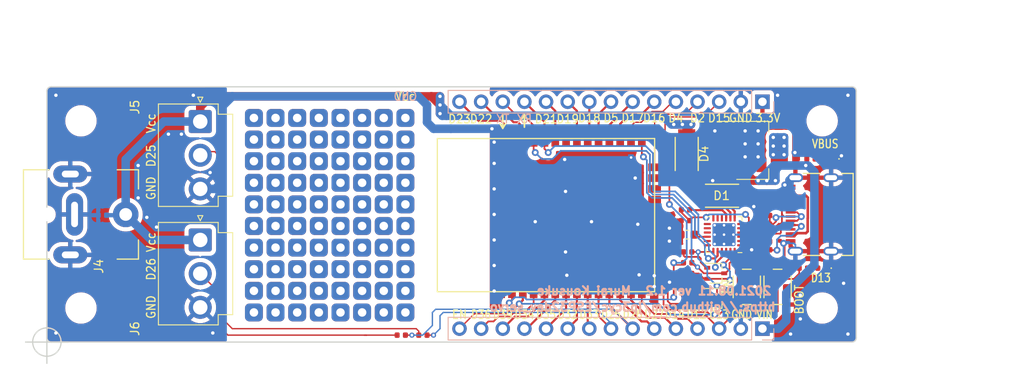
<source format=kicad_pcb>
(kicad_pcb (version 20221018) (generator pcbnew)
  (layers (0 "F.Cu" signal) (31 "B.Cu" signal) (34 "B.Paste" user) (35 "F.Paste" user) (36 "B.SilkS" user "B.Silkscreen") (37 "F.SilkS" user "F.Silkscreen") (38 "B.Mask" user) (39 "F.Mask" user) (44 "Edge.Cuts" user))
  (net 0 "")
  (net 1 "Net-(C1-Pad1)")
  (net 2 "GND")
  (net 3 "Net-(C2-Pad1)")
  (net 4 "~{RESET}")
  (net 5 "Net-(C4-Pad1)")
  (net 6 "Net-(C5-Pad1)")
  (net 7 "VBUS")
  (net 8 "+3V3")
  (net 9 "Net-(J2-Pad11)")
  (net 10 "Net-(J2-Pad12)")
  (net 11 "Net-(J2-Pad13)")
  (net 12 "Net-(J3-Pad15)")
  (net 13 "Net-(J3-Pad14)")
  (net 14 "RXD")
  (net 15 "TXD")
  (net 16 "Net-(J3-Pad11)")
  (net 17 "Net-(J3-Pad10)")
  (net 18 "Net-(J3-Pad9)")
  (net 19 "Net-(J3-Pad8)")
  (net 20 "RTS")
  (net 21 "IO0")
  (net 22 "DTR")
  (net 23 "Net-(R5-Pad1)")
  (net 24 "Net-(R6-Pad1)")
  (net 25 "Net-(R7-Pad1)")
  (net 26 "Net-(J2-Pad14)")
  (net 27 "Net-(D1-Pad2)")
  (net 28 "Net-(J5-Pad2)")
  (net 29 "Net-(J6-Pad2)")
  (net 30 "Net-(C8-Pad1)")
  (net 31 "Net-(J1-PadA5)")
  (net 32 "Net-(J1-PadB5)")
  (net 33 "Net-(Q1-Pad1)")
  (net 34 "Net-(Q2-Pad1)")
  (net 35 "Net-(D2-Pad2)")
  (net 36 "Net-(D3-Pad2)")
  (net 37 "IO13")
  (net 38 "IO12")
  (net 39 "IO14")
  (net 40 "IO27")
  (net 41 "IO26")
  (net 42 "IO25")
  (net 43 "IO33")
  (net 44 "IO32")
  (net 45 "IO17")
  (net 46 "IO16")
  (net 47 "IO4")
  (net 48 "IO2")
  (net 49 "IO15")
  (net 50 "Net-(J1-PadA8)")
  (net 51 "Net-(J1-PadB8)")
  (net 52 "Net-(U1-Pad1)")
  (net 53 "Net-(U1-Pad10)")
  (net 54 "Net-(U1-Pad11)")
  (net 55 "Net-(U1-Pad12)")
  (net 56 "Net-(U1-Pad13)")
  (net 57 "Net-(U1-Pad14)")
  (net 58 "Net-(U1-Pad15)")
  (net 59 "Net-(U1-Pad17)")
  (net 60 "Net-(U1-Pad18)")
  (net 61 "Net-(U1-Pad22)")
  (net 62 "Net-(U1-Pad24)")
  (net 63 "Net-(U2-Pad17)")
  (net 64 "Net-(U2-Pad18)")
  (net 65 "Net-(U2-Pad19)")
  (net 66 "Net-(U2-Pad20)")
  (net 67 "Net-(U2-Pad21)")
  (net 68 "Net-(U2-Pad22)")
  (net 69 "Net-(U2-Pad32)")
  (footprint "ESP32:ESP32" (layer "F.Cu") (at 143.322 85.18 90)
    (fp_text reference "U2" hide)
    (fp_text value "ESP-WROOM-32")
  )
  (footprint "Package_TO_SOT_SMD:SOT-223" (layer "F.Cu") (at 172.822 77.47)
    (fp_text reference "U3" hide)
    (fp_text value "TC2117")
  )
  (footprint "Package_DFN_QFN:QFN-24-1EP_4x4mm_P0.5mm_EP2.7x2.7mm_ThermalVias" (layer "F.Cu") (at 169.479 87.376 180)
    (fp_text reference "U1" hide)
    (fp_text value "CP2104-F03-GM")
  )
  (footprint "Capacitor_SMD:C_0603_1608Metric" (layer "F.Cu") (at 165.2015 87.376 180)
    (fp_text reference "C5" hide)
    (fp_text value "4.7u")
  )
  (footprint "akizuki:5077CR-16SMC2-BK-TR" (layer "F.Cu") (at 177.292 85 90)
    (fp_text reference "J1" hide)
    (fp_text value "5077CR-16SMC2-BK-TR")
  )
  (footprint "akizuki:SKRPACE010" (layer "F.Cu") (at 175.768 93.515 -90)
    (fp_text reference "SW1" hide)
    (fp_text value "MODE")
  )
  (footprint "akizuki:SKRPACE010" (layer "F.Cu") (at 172.153 93.515 -90)
    (fp_text reference "SW2" hide)
    (fp_text value "RESET")
  )
  (footprint "Package_TO_SOT_SMD:SOT-323_SC-70" (layer "F.Cu") (at 168.507075 94.869)
    (fp_text reference "Q1" hide)
    (fp_text value "2SC4081")
  )
  (footprint "Package_TO_SOT_SMD:SOT-323_SC-70" (layer "F.Cu") (at 168.507075 91.918491)
    (fp_text reference "Q2" hide)
    (fp_text value "2SC4081")
  )
  (footprint "Capacitor_SMD:C_0402_1005Metric" (layer "F.Cu") (at 174.3675 85.125 180)
    (fp_text reference "C1" hide)
    (fp_text value "47p")
  )
  (footprint "Capacitor_SMD:C_0402_1005Metric" (layer "F.Cu") (at 174.3675 88.173 180)
    (fp_text reference "C2" hide)
    (fp_text value "47p")
  )
  (footprint "Capacitor_SMD:C_0402_1005Metric" (layer "F.Cu") (at 165.216 94.488 180)
    (fp_text reference "C3" hide)
    (fp_text value "0.1u")
  )
  (footprint "Capacitor_SMD:C_0402_1005Metric" (layer "F.Cu") (at 164.95 85.725 180)
    (fp_text reference "C4" hide)
    (fp_text value "0.1u")
  )
  (footprint "Capacitor_SMD:C_0402_1005Metric" (layer "F.Cu") (at 167.64 80.033 -90)
    (fp_text reference "C6" hide)
    (fp_text value "0.1u")
  )
  (footprint "Capacitor_SMD:C_0402_1005Metric" (layer "F.Cu") (at 167.64 76.731 90)
    (fp_text reference "C7" hide)
    (fp_text value "0.1u")
  )
  (footprint "Resistor_SMD:R_0402_1005Metric" (layer "F.Cu") (at 165.216 90.678)
    (fp_text reference "R1" hide)
    (fp_text value "10k")
  )
  (footprint "Resistor_SMD:R_0402_1005Metric" (layer "F.Cu") (at 165.216 93.218)
    (fp_text reference "R2" hide)
    (fp_text value "10k")
  )
  (footprint "Resistor_SMD:R_0402_1005Metric" (layer "F.Cu") (at 165.216 91.948)
    (fp_text reference "R3" hide)
    (fp_text value "10k")
  )
  (footprint "Resistor_SMD:R_0402_1005Metric" (layer "F.Cu") (at 165.216 89.408)
    (fp_text reference "R4" hide)
    (fp_text value "10k")
  )
  (footprint "Resistor_SMD:R_0402_1005Metric" (layer "F.Cu") (at 174.3675 86.141)
    (fp_text reference "R5" hide)
    (fp_text value "27")
  )
  (footprint "Resistor_SMD:R_0402_1005Metric" (layer "F.Cu") (at 174.3675 87.157)
    (fp_text reference "R6" hide)
    (fp_text value "27")
  )
  (footprint "Resistor_SMD:R_0402_1005Metric" (layer "F.Cu") (at 164.95 84.455 180)
    (fp_text reference "R7" hide)
    (fp_text value "10k")
  )
  (footprint "Resistor_SMD:R_0402_1005Metric" (layer "F.Cu") (at 131.595 99.187)
    (fp_text reference "R9" hide)
    (fp_text value "300")
  )
  (footprint "Resistor_SMD:R_0402_1005Metric" (layer "F.Cu") (at 174.3825 89.154)
    (fp_text reference "R16" hide)
    (fp_text value "5.1k")
  )
  (footprint "Resistor_SMD:R_0402_1005Metric" (layer "F.Cu") (at 174.3825 84.074)
    (fp_text reference "R17" hide)
    (fp_text value "5.1k")
  )
  (footprint "RS:SOD-128" (layer "F.Cu") (at 169.25 82.804 90)
    (fp_text reference "D1")
    (fp_text value "RBS5LAM40ATR")
  )
  (footprint "LED_SMD:LED_0402_1005Metric" (layer "F.Cu") (at 180.975 91.313 180)
    (fp_text reference "D2" hide)
    (fp_text value "LED")
  )
  (footprint "Resistor_SMD:R_0402_1005Metric" (layer "F.Cu") (at 178.793 91.313)
    (fp_text reference "R12" hide)
    (fp_text value "1k")
  )
  (footprint "LED_SMD:LED_0402_1005Metric" (layer "F.Cu") (at 181.887 78.47 180)
    (fp_text reference "D3" hide)
    (fp_text value "LED")
  )
  (footprint "Resistor_SMD:R_0402_1005Metric" (layer "F.Cu") (at 179.682 78.47)
    (fp_text reference "R19" hide)
    (fp_text value "1k")
  )
  (footprint "Connector_JST:JST_VH_B3P-VH-B_1x03_P3.96mm_Vertical" (layer "F.Cu") (at 108 74.08 -90)
    (fp_text reference "J5")
    (fp_text value "JST VH")
  )
  (footprint "Connector_JST:JST_VH_B3P-VH-B_1x03_P3.96mm_Vertical" (layer "F.Cu") (at 108 88 -90)
    (fp_text reference "J6")
    (fp_text value "JST VH")
  )
  (footprint "Capacitor_SMD:C_0402_1005Metric" (layer "F.Cu") (at 165.204 95.758 180)
    (fp_text reference "C9" hide)
    (fp_text value "0.1u")
  )
  (footprint "MountingHole:MountingHole_3.2mm_M3" (layer "F.Cu") (at 94 96)
    (fp_text reference "REF**" hide)
    (fp_text value "MountingHole_3.2mm_M3")
  )
  (footprint "MountingHole:MountingHole_3.2mm_M3" (layer "F.Cu") (at 94 74)
    (fp_text reference "REF**" hide)
    (fp_text value "MountingHole_3.2mm_M3")
  )
  (footprint "MountingHole:MountingHole_3.2mm_M3" (layer "F.Cu") (at 181 74)
    (fp_text reference "REF**" hide)
    (fp_text value "MountingHole_3.2mm_M3")
  )
  (footprint "MountingHole:MountingHole_3.2mm_M3" (layer "F.Cu") (at 181 96)
    (fp_text reference "REF**" hide)
    (fp_text value "MountingHole_3.2mm_M3")
  )
  (footprint "Resistor_SMD:R_0402_1005Metric" (layer "F.Cu") (at 134.135 99.187)
    (fp_text reference "R8" hide)
    (fp_text value "300")
  )
  (footprint "RS:SOD-128" (layer "F.Cu") (at 165.1 77.892 180)
    (fp_text reference "D4")
    (fp_text value "RBS5LAM40ATR")
  )
  (footprint "akizuki:2DC-G213-D42" (layer "F.Cu") (at 87.25 85 90)
    (fp_text reference "J4")
    (fp_text value "Jack-DC")
  )
  (footprint "universal:universal-1pin" (layer "F.Cu") (at 114.3 76.2)
    (fp_text reference "" hide)
    (fp_text value "" hide)
  )
  (footprint "universal:universal-1pin" (layer "F.Cu") (at 116.84 76.2)
    (fp_text reference "" hide)
    (fp_text value "" hide)
  )
  (footprint "universal:universal-1pin" (layer "F.Cu") (at 119.38 76.2)
    (fp_text reference "" hide)
    (fp_text value "" hide)
  )
  (footprint "universal:universal-1pin" (layer "F.Cu") (at 121.92 76.2)
    (fp_text reference "" hide)
    (fp_text value "" hide)
  )
  (footprint "universal:universal-1pin" (layer "F.Cu") (at 124.46 76.2)
    (fp_text reference "" hide)
    (fp_text value "" hide)
  )
  (footprint "universal:universal-1pin" (layer "F.Cu") (at 127 76.2)
    (fp_text reference "" hide)
    (fp_text value "" hide)
  )
  (footprint "universal:universal-1pin" (layer "F.Cu") (at 129.54 76.2)
    (fp_text reference "" hide)
    (fp_text value "" hide)
  )
  (footprint "universal:universal-1pin" (layer "F.Cu") (at 132.08 76.2)
    (fp_text reference "" hide)
    (fp_text value "" hide)
  )
  (footprint "universal:universal-1pin" (layer "F.Cu") (at 121.92 78.74)
    (fp_text reference "" hide)
    (fp_text value "" hide)
  )
  (footprint "universal:universal-1pin" (layer "F.Cu") (at 124.46 78.74)
    (fp_text reference "" hide)
    (fp_text value "" hide)
  )
  (footprint "universal:universal-1pin" (layer "F.Cu") (at 116.84 78.74)
    (fp_text reference "" hide)
    (fp_text value "" hide)
  )
  (footprint "universal:universal-1pin" (layer "F.Cu") (at 127 78.74)
    (fp_text reference "" hide)
    (fp_text value "" hide)
  )
  (footprint "universal:universal-1pin" (layer "F.Cu") (at 119.38 78.74)
    (fp_text reference "" hide)
    (fp_text value "" hide)
  )
  (footprint "universal:universal-1pin" (layer "F.Cu") (at 132.08 78.74)
    (fp_text reference "" hide)
    (fp_text value "" hide)
  )
  (footprint "universal:universal-1pin" (layer "F.Cu") (at 129.54 78.74)
    (fp_text reference "" hide)
    (fp_text value "" hide)
  )
  (footprint "universal:universal-1pin" (layer "F.Cu") (at 114.3 78.74)
    (fp_text reference "" hide)
    (fp_text value "" hide)
  )
  (footprint "universal:universal-1pin" (layer "F.Cu") (at 129.54 81.28)
    (fp_text reference "" hide)
    (fp_text value "" hide)
  )
  (footprint "universal:universal-1pin" (layer "F.Cu") (at 119.38 81.28)
    (fp_text reference "" hide)
    (fp_text value "" hide)
  )
  (footprint "universal:universal-1pin" (layer "F.Cu") (at 121.92 81.28)
    (fp_text reference "" hide)
    (fp_text value "" hide)
  )
  (footprint "universal:universal-1pin" (layer "F.Cu") (at 132.08 81.28)
    (fp_text reference "" hide)
    (fp_text value "" hide)
  )
  (footprint "universal:universal-1pin" (layer "F.Cu") (at 127 81.28)
    (fp_text reference "" hide)
    (fp_text value "" hide)
  )
  (footprint "universal:universal-1pin" (layer "F.Cu") (at 116.84 81.28)
    (fp_text reference "" hide)
    (fp_text value "" hide)
  )
  (footprint "universal:universal-1pin" (layer "F.Cu") (at 114.3 81.28)
    (fp_text reference "" hide)
    (fp_text value "" hide)
  )
  (footprint "universal:universal-1pin" (layer "F.Cu") (at 124.46 81.28)
    (fp_text reference "" hide)
    (fp_text value "" hide)
  )
  (footprint "universal:universal-1pin" (layer "F.Cu") (at 114.3 83.82)
    (fp_text reference "" hide)
    (fp_text value "" hide)
  )
  (footprint "universal:universal-1pin" (layer "F.Cu") (at 124.46 83.82)
    (fp_text reference "" hide)
    (fp_text value "" hide)
  )
  (footprint "universal:universal-1pin" (layer "F.Cu") (at 119.38 83.82)
    (fp_text reference "" hide)
    (fp_text value "" hide)
  )
  (footprint "universal:universal-1pin" (layer "F.Cu") (at 121.92 83.82)
    (fp_text reference "" hide)
    (fp_text value "" hide)
  )
  (footprint "universal:universal-1pin" (layer "F.Cu") (at 132.08 83.82)
    (fp_text reference "" hide)
    (fp_text value "" hide)
  )
  (footprint "universal:universal-1pin" (layer "F.Cu") (at 129.54 83.82)
    (fp_text reference "" hide)
    (fp_text value "" hide)
  )
  (footprint "universal:universal-1pin" (layer "F.Cu") (at 127 83.82)
    (fp_text reference "" hide)
    (fp_text value "" hide)
  )
  (footprint "universal:universal-1pin" (layer "F.Cu") (at 116.84 83.82)
    (fp_text reference "" hide)
    (fp_text value "" hide)
  )
  (footprint "universal:universal-1pin" (layer "F.Cu") (at 121.92 86.36)
    (fp_text reference "" hide)
    (fp_text value "" hide)
  )
  (footprint "universal:universal-1pin" (layer "F.Cu") (at 114.3 91.44)
    (fp_text reference "" hide)
    (fp_text value "" hide)
  )
  (footprint "universal:universal-1pin" (layer "F.Cu") (at 124.46 91.44)
    (fp_text reference "" hide)
    (fp_text value "" hide)
  )
  (footprint "universal:universal-1pin" (layer "F.Cu") (at 129.54 88.9)
    (fp_text reference "" hide)
    (fp_text value "" hide)
  )
  (footprint "universal:universal-1pin" (layer "F.Cu") (at 124.46 93.98)
    (fp_text reference "" hide)
    (fp_text value "" hide)
  )
  (footprint "universal:universal-1pin" (layer "F.Cu") (at 124.46 86.36)
    (fp_text reference "" hide)
    (fp_text value "" hide)
  )
  (footprint "universal:universal-1pin" (layer "F.Cu") (at 116.84 86.36)
    (fp_text reference "" hide)
    (fp_text value "" hide)
  )
  (footprint "universal:universal-1pin" (layer "F.Cu") (at 127 86.36)
    (fp_text reference "" hide)
    (fp_text value "" hide)
  )
  (footprint "universal:universal-1pin" (layer "F.Cu") (at 119.38 86.36)
    (fp_text reference "" hide)
    (fp_text value "" hide)
  )
  (footprint "universal:universal-1pin" (layer "F.Cu") (at 132.08 86.36)
    (fp_text reference "" hide)
    (fp_text value "" hide)
  )
  (footprint "universal:universal-1pin" (layer "F.Cu") (at 119.38 91.44)
    (fp_text reference "" hide)
    (fp_text value "" hide)
  )
  (footprint "universal:universal-1pin" (layer "F.Cu") (at 121.92 91.44)
    (fp_text reference "" hide)
    (fp_text value "" hide)
  )
  (footprint "universal:universal-1pin" (layer "F.Cu") (at 132.08 91.44)
    (fp_text reference "" hide)
    (fp_text value "" hide)
  )
  (footprint "universal:universal-1pin" (layer "F.Cu") (at 119.38 88.9)
    (fp_text reference "" hide)
    (fp_text value "" hide)
  )
  (footprint "universal:universal-1pin" (layer "F.Cu") (at 121.92 88.9)
    (fp_text reference "" hide)
    (fp_text value "" hide)
  )
  (footprint "universal:universal-1pin" (layer "F.Cu") (at 132.08 88.9)
    (fp_text reference "" hide)
    (fp_text value "" hide)
  )
  (footprint "universal:universal-1pin" (layer "F.Cu") (at 129.54 91.44)
    (fp_text reference "" hide)
    (fp_text value "" hide)
  )
  (footprint "universal:universal-1pin" (layer "F.Cu") (at 127 91.44)
    (fp_text reference "" hide)
    (fp_text value "" hide)
  )
  (footprint "universal:universal-1pin" (layer "F.Cu") (at 129.54 86.36)
    (fp_text reference "" hide)
    (fp_text value "" hide)
  )
  (footprint "universal:universal-1pin" (layer "F.Cu") (at 127 88.9)
    (fp_text reference "" hide)
    (fp_text value "" hide)
  )
  (footprint "universal:universal-1pin" (layer "F.Cu") (at 114.3 86.36)
    (fp_text reference "" hide)
    (fp_text value "" hide)
  )
  (footprint "universal:universal-1pin" (layer "F.Cu") (at 116.84 88.9)
    (fp_text reference "" hide)
    (fp_text value "" hide)
  )
  (footprint "universal:universal-1pin" (layer "F.Cu") (at 114.3 88.9)
    (fp_text reference "" hide)
    (fp_text value "" hide)
  )
  (footprint "universal:universal-1pin" (layer "F.Cu") (at 124.46 88.9)
    (fp_text reference "" hide)
    (fp_text value "" hide)
  )
  (footprint "universal:universal-1pin" (layer "F.Cu") (at 116.84 91.44)
    (fp_text reference "" hide)
    (fp_text value "" hide)
  )
  (footprint "universal:universal-1pin" (layer "F.Cu") (at 114.3 93.98)
    (fp_text reference "" hide)
    (fp_text value "" hide)
  )
  (footprint "universal:universal-1pin" (layer "F.Cu") (at 119.38 93.98)
    (fp_text reference "" hide)
    (fp_text value "" hide)
  )
  (footprint "universal:universal-1pin" (layer "F.Cu") (at 121.92 93.98)
    (fp_text reference "" hide)
    (fp_text value "" hide)
  )
  (footprint "universal:universal-1pin" (layer "F.Cu") (at 132.08 93.98)
    (fp_text reference "" hide)
    (fp_text value "" hide)
  )
  (footprint "universal:universal-1pin" (layer "F.Cu") (at 116.84 93.98)
    (fp_text reference "" hide)
    (fp_text value "" hide)
  )
  (footprint "universal:universal-1pin" (layer "F.Cu") (at 127 93.98)
    (fp_text reference "" hide)
    (fp_text value "" hide)
  )
  (footprint "universal:universal-1pin" (layer "F.Cu") (at 129.54 93.98)
    (fp_text reference "" hide)
    (fp_text value "" hide)
  )
  (footprint "universal:universal-1pin" (layer "F.Cu") (at 124.46 96.52)
    (fp_text reference "" hide)
    (fp_text value "" hide)
  )
  (footprint "universal:universal-1pin" (layer "F.Cu") (at 116.84 96.52)
    (fp_text reference "" hide)
    (fp_text value "" hide)
  )
  (footprint "universal:universal-1pin" (layer "F.Cu") (at 114.3 96.52)
    (fp_text reference "" hide)
    (fp_text value "" hide)
  )
  (footprint "universal:universal-1pin" (layer "F.Cu") (at 127 96.52)
    (fp_text reference "" hide)
    (fp_text value "" hide)
  )
  (footprint "universal:universal-1pin" (layer "F.Cu") (at 121.92 96.52)
    (fp_text reference "" hide)
    (fp_text value "" hide)
  )
  (footprint "universal:universal-1pin" (layer "F.Cu") (at 119.38 96.52)
    (fp_text reference "" hide)
    (fp_text value "" hide)
  )
  (footprint "universal:universal-1pin" (layer "F.Cu") (at 129.54 96.52)
    (fp_text reference "" hide)
    (fp_text value "" hide)
  )
  (footprint "universal:universal-1pin" (layer "F.Cu") (at 132.08 96.52)
    (fp_text reference "" hide)
    (fp_text value "" hide)
  )
  (footprint "universal:universal-1pin" (layer "F.Cu") (at 116.84 73.66)
    (fp_text reference "" hide)
    (fp_text value "" hide)
  )
  (footprint "universal:universal-1pin" (layer "F.Cu") (at 121.92 73.66)
    (fp_text reference "" hide)
    (fp_text value "" hide)
  )
  (footprint "universal:universal-1pin" (layer "F.Cu") (at 124.46 73.66)
    (fp_text reference "" hide)
    (fp_text value "" hide)
  )
  (footprint "universal:universal-1pin" (layer "F.Cu") (at 127 73.66)
    (fp_text reference "" hide)
    (fp_text value "" hide)
  )
  (footprint "universal:universal-1pin" (layer "F.Cu") (at 132.08 73.66)
    (fp_text reference "" hide)
    (fp_text value "" hide)
  )
  (footprint "universal:universal-1pin" (layer "F.Cu") (at 129.54 73.66)
    (fp_text reference "" hide)
    (fp_text value "" hide)
  )
  (footprint "universal:universal-1pin" (layer "F.Cu") (at 114.3 73.66)
    (fp_text reference "" hide)
    (fp_text value "" hide)
  )
  (footprint "universal:universal-1pin" (layer "F.Cu") (at 119.38 73.66)
    (fp_text reference "" hide)
    (fp_text value "" hide)
  )
  (footprint "Connector_PinHeader_2.54mm:PinHeader_1x15_P2.54mm_Vertical" (layer "B.Cu") (at 173.99 71.755 90)
    (fp_text reference "J3" hide)
    (fp_text value "Conn_01x15")
  )
  (footprint "Connector_PinHeader_2.54mm:PinHeader_1x15_P2.54mm_Vertical" (layer "B.Cu") (at 173.99 98.425 90)
    (fp_text reference "J2" hide)
    (fp_text value "Conn_01x15")
  )
  (footprint "Capacitor_SMD:C_0402_1005Metric" (layer "B.Cu") (at 96.52 85.09 180)
    (fp_text reference "C8" hide)
    (fp_text value "0.1u")
  )
  (gr_line (start 143.1925 74.3585) (end 143.51 74.8665) (stroke (width 0.2)) (layer "F.SilkS"))
  (gr_line (start 146.05 73.279) (end 146.05 74.7395) (stroke (width 0.2)) (layer "F.SilkS"))
  (gr_line (start 143.51 74.8665) (end 143.8275 74.3585) (stroke (width 0.2)) (layer "F.SilkS"))
  (gr_line (start 143.51 73.279) (end 143.51 74.8665) (stroke (width 0.2)) (layer "F.SilkS"))
  (gr_line (start 146.05 73.279) (end 145.7325 73.787) (stroke (width 0.2)) (layer "F.SilkS"))
  (gr_line (start 146.05 73.279) (end 146.3675 73.787) (stroke (width 0.2)) (layer "F.SilkS"))
  (gr_arc (start 90.5 100) (mid 90.146447 99.853553) (end 90 99.5) (stroke (width 0.15)) (layer "Edge.Cuts"))
  (gr_arc (start 90 70.5) (mid 90.146447 70.146447) (end 90.5 70) (stroke (width 0.15)) (layer "Edge.Cuts"))
  (gr_arc (start 184.5 70) (mid 184.853553 70.146447) (end 185 70.5) (stroke (width 0.15)) (layer "Edge.Cuts"))
  (gr_line (start 90.5 100) (end 184.5 100) (stroke (width 0.15)) (layer "Edge.Cuts"))
  (gr_line (start 184.5 70) (end 90.5 70) (stroke (width 0.15)) (layer "Edge.Cuts"))
  (gr_line (start 185 70.5) (end 185 99.5) (stroke (width 0.15)) (layer "Edge.Cuts"))
  (gr_line (start 90 70.5) (end 90 99.5) (stroke (width 0.15)) (layer "Edge.Cuts"))
  (gr_arc (start 185 99.5) (mid 184.853553 99.853553) (end 184.5 100) (stroke (width 0.15)) (layer "Edge.Cuts"))
  (gr_text "Murai Kousuke" (at 153.035 93.98) (layer "B.SilkS") (effects (font (size 1 1) (thickness 0.25)) (justify mirror)))
  (gr_text "TX" (at 143.51 73.787) (layer "B.SilkS") (effects (font (size 1 0.9)) (justify mirror)))
  (gr_text "RX" (at 146.05 73.787) (layer "B.SilkS") (effects (font (size 1 0.9)) (justify mirror)))
  (gr_text "GND" (at 132.08 71.12) (layer "B.SilkS") (effects (font (size 1 0.9)) (justify mirror)))
  (gr_text "https://github.com/jp3cyc/ESP32dev_servo" (at 158.75 95.885) (layer "B.SilkS") (effects (font (size 1 1) (thickness 0.25)) (justify mirror)))
  (gr_text "2021.08.11 ver 1.2\n" (at 167.64 93.98) (layer "B.SilkS") (effects (font (size 1 1) (thickness 0.25)) (justify mirror)))
  (gr_text "GND" (at 171.55 96.774) (layer "F.SilkS") (effects (font (size 1 0.8))))
  (gr_text "D13" (at 168.91 96.774) (layer "F.SilkS") (effects (font (size 1 0.8))))
  (gr_text "D12" (at 166.243 96.774) (layer "F.SilkS") (effects (font (size 1 0.8))))
  (gr_text "D14" (at 163.703 96.774) (layer "F.SilkS") (effects (font (size 1 0.8))))
  (gr_text "D27" (at 161.29 96.774) (layer "F.SilkS") (effects (font (size 1 0.8))))
  (gr_text "D26" (at 158.75 96.774) (layer "F.SilkS") (effects (font (size 1 0.8))))
  (gr_text "D25" (at 156.21 96.774) (layer "F.SilkS") (effects (font (size 1 0.8))))
  (gr_text "D33" (at 153.67 96.774) (layer "F.SilkS") (effects (font (size 1 0.8))))
  (gr_text "D32" (at 151.13 96.774) (layer "F.SilkS") (effects (font (size 1 0.8))))
  (gr_text "D35" (at 148.59 96.774) (layer "F.SilkS") (effects (font (size 1 0.8))))
  (gr_text "D34" (at 146.05 96.774) (layer "F.SilkS") (effects (font (size 1 0.8))))
  (gr_text "D39" (at 143.51 96.774) (layer "F.SilkS") (effects (font (size 1 0.8))))
  (gr_text "D36" (at 140.97 96.774) (layer "F.SilkS") (effects (font (size 1 0.8))))
  (gr_text "EN" (at 138.43 96.774) (layer "F.SilkS") (effects (font (size 1 0.9))))
  (gr_text "D25" (at 102.235 78.105 90) (layer "F.SilkS") (effects (font (size 1 0.9))))
  (gr_text "D26" (at 102.235 91.44 90) (layer "F.SilkS") (effects (font (size 1 0.9))))
  (gr_text "EN" (at 169.926 93.472 90) (layer "F.SilkS") (effects (font (size 1 0.9))))
  (gr_text "BOOT" (at 178.308 94.996 90) (layer "F.SilkS") (effects (font (size 1 0.9))))
  (gr_text "GND" (at 102.235 81.915 90) (layer "F.SilkS") (effects (font (size 1 0.9))))
  (gr_text "D23" (at 138.43 73.787) (layer "F.SilkS") (effects (font (size 1 0.9))))
  (gr_text "D22" (at 140.97 73.787) (layer "F.SilkS") (effects (font (size 1 0.9))))
  (gr_text "D21" (at 148.59 73.787) (layer "F.SilkS") (effects (font (size 1 0.9))))
  (gr_text "D19" (at 151.13 73.787) (layer "F.SilkS") (effects (font (size 1 0.9))))
  (gr_text "D18" (at 153.67 73.66) (layer "F.SilkS") (effects (font (size 1 0.9))))
  (gr_text "D5" (at 156.21 73.66) (layer "F.SilkS") (effects (font (size 1 0.9))))
  (gr_text "D17" (at 158.75 73.66) (layer "F.SilkS") (effects (font (size 1 0.9))))
  (gr_text "D16" (at 161.29 73.66) (layer "F.SilkS") (effects (font (size 1 0.9))))
  (gr_text "D4" (at 163.83 73.66) (layer "F.SilkS") (effects (font (size 1 0.9))))
  (gr_text "D2" (at 166.37 73.66) (layer "F.SilkS") (effects (font (size 1 0.9))))
  (gr_text "D15" (at 168.91 73.66) (layer "F.SilkS") (effects (font (size 1 0.9))))
  (gr_text "GND" (at 171.45 73.66) (layer "F.SilkS") (effects (font (size 1 0.9))))
  (gr_text "3.3V" (at 174.625 73.66) (layer "F.SilkS") (effects (font (size 1 0.9))))
  (gr_text "D13" (at 180.848 92.456) (layer "F.SilkS") (effects (font (size 1 0.8))))
  (gr_text "VBUS" (at 181.356 76.708) (layer "F.SilkS") (effects (font (size 1 0.8))))
  (gr_text "Vcc" (at 102.235 88.265 90) (layer "F.SilkS") (effects (font (size 1 0.9))))
  (gr_text "GND" (at 102.235 95.885 90) (layer "F.SilkS") (effects (font (size 1 0.9))))
  (gr_text "Vcc" (at 132.08 71.12) (layer "F.SilkS") (effects (font (size 1 0.9))))
  (gr_text "Vcc" (at 102.235 74.295 90) (layer "F.SilkS") (effects (font (size 1 0.9))))
  (gr_text "VIN" (at 174.244 96.774) (layer "F.SilkS") (effects (font (size 1 0.8))))
  (target plus (at 90 100) (size 5) (width 0.15) (layer "Edge.Cuts"))
  (segment (start 175.972 77.47) (end 175.972 76.658) (width 0.2) (layer "F.Cu") (net 0))
  (segment (start 175.972 76.658) (end 175.26 75.946) (width 0.2) (layer "F.Cu") (net 0))
  (via (at 176.53 75.946) (size 0.8) (drill 0.4) (layers "F.Cu" "B.Cu") (net 0))
  (via (at 175.26 76.962) (size 0.8) (drill 0.4) (layers "F.Cu" "B.Cu") (net 0))
  (via (at 175.26 75.946) (size 0.8) (drill 0.4) (layers "F.Cu" "B.Cu") (net 0))
  (via (at 176.53 77.978) (size 0.8) (drill 0.4) (layers "F.Cu" "B.Cu") (net 0))
  (via (at 176.53 76.962) (size 0.8) (drill 0.4) (layers "F.Cu" "B.Cu") (net 0))
  (via (at 175.26 77.978) (size 0.8) (drill 0.4) (layers "F.Cu" "B.Cu") (net 0))
  (segment (start 175.26 77.978) (end 175.26 75.946) (width 1) (layer "B.Cu") (net 0))
  (segment (start 176.53 75.946) (end 175.768 75.946) (width 1) (layer "B.Cu") (net 0))
  (segment (start 175.26 76.962) (end 176.53 76.962) (width 1) (layer "B.Cu") (net 0))
  (segment (start 176.53 75.946) (end 176.53 77.978) (width 1) (layer "B.Cu") (net 0))
  (segment (start 176.53 77.978) (end 175.26 77.978) (width 1) (layer "B.Cu") (net 0))
  (segment (start 175.768 75.946) (end 175.26 75.946) (width 1) (layer "B.Cu") (net 0))
  (segment (start 174.8525 86.141) (end 175.259 86.141) (width 0.2) (layer "F.Cu") (net 1))
  (segment (start 178.562 85.2) (end 178.562 85.438) (width 0.2) (layer "F.Cu") (net 1))
  (segment (start 174.8525 86.141) (end 174.8525 85.125) (width 0.2) (layer "F.Cu") (net 1))
  (segment (start 178.05 84.75) (end 177.292 84.75) (width 0.2) (layer "F.Cu") (net 1))
  (segment (start 175.576 85.824) (end 175.576 85.371251) (width 0.2) (layer "F.Cu") (net 1))
  (segment (start 177.292 85.75) (end 178.05 85.75) (width 0.2) (layer "F.Cu") (net 1))
  (segment (start 175.259 86.141) (end 175.576 85.824) (width 0.2) (layer "F.Cu") (net 1))
  (segment (start 178.05 85.75) (end 178.55 85.25) (width 0.2) (layer "F.Cu") (net 1))
  (segment (start 178.55 85.25) (end 178.05 84.75) (width 0.2) (layer "F.Cu") (net 1))
  (segment (start 178.562 85.09) (end 178.562 85.344) (width 0.2) (layer "F.Cu") (net 1))
  (via (at 175.576 85.371251) (size 0.8) (drill 0.4) (layers "F.Cu" "B.Cu") (net 1))
  (via (at 178.55 85.25) (size 0.8) (drill 0.4) (layers "F.Cu" "B.Cu") (net 1))
  (segment (start 178.55 85.25) (end 175.697251 85.25) (width 0.2) (layer "B.Cu") (net 1))
  (segment (start 178.308 85.344) (end 178.562 85.09) (width 0.2) (layer "B.Cu") (net 1))
  (segment (start 175.697251 85.25) (end 175.576 85.371251) (width 0.2) (layer "B.Cu") (net 1))
  (segment (start 168.402 74.93) (end 169.432 74.93) (width 0.3) (layer "F.Cu") (net 2))
  (segment (start 176.522 88.35) (end 176.276 88.596) (width 0.2) (layer "F.Cu") (net 2))
  (segment (start 109.1565 80.0735) (end 106.6165 80.0735) (width 0.16) (layer "F.Cu") (net 2))
  (segment (start 177.292 81.65) (end 176.73 81.65) (width 0.2) (layer "F.Cu") (net 2))
  (segment (start 169.432 74.93) (end 169.672 75.17) (width 0.3) (layer "F.Cu") (net 2))
  (segment (start 163.179999 95.504) (end 164.731 95.504) (width 0.2) (layer "F.Cu") (net 2))
  (segment (start 168.021 75.184) (end 167.64 75.565) (width 0.2) (layer "F.Cu") (net 2))
  (segment (start 167.64 80.518) (end 168.148 81.026) (width 0.2) (layer "F.Cu") (net 2))
  (segment (start 177.292 88.755) (end 177.857 89.32) (width 0.5) (layer "F.Cu") (net 2))
  (segment (start 169.658 75.184) (end 169.672 75.17) (width 0.2) (layer "F.Cu") (net 2))
  (segment (start 167.64 76.246) (end 167.64 75.692) (width 0.2) (layer "F.Cu") (net 2))
  (segment (start 176.5935 88.5175) (end 176.468 88.392) (width 0.2) (layer "F.Cu") (net 2))
  (segment (start 177.292 88.05) (end 177.292 88.35) (width 0.2) (layer "F.Cu") (net 2))
  (segment (start 163.082001 92.964) (end 163.068 92.964) (width 0.2) (layer "F.Cu") (net 2))
  (segment (start 171.4415 88.126) (end 172.257685 88.126) (width 0.2) (layer "F.Cu") (net 2))
  (segment (start 177.292 88.35) (end 176.51 88.35) (width 0.2) (layer "F.Cu") (net 2))
  (segment (start 176.51 88.35) (end 176.468 88.392) (width 0.2) (layer "F.Cu") (net 2))
  (segment (start 168.402 75.184) (end 168.021 75.184) (width 0.2) (layer "F.Cu") (net 2))
  (segment (start 163.068 92.964) (end 162.875999 93.156001) (width 0.2) (layer "F.Cu") (net 2))
  (segment (start 167.64 75.565) (end 167.64 75.692) (width 0.2) (layer "F.Cu") (net 2))
  (segment (start 177.857 89.32) (end 179.998 89.32) (width 0.2) (layer "F.Cu") (net 2))
  (segment (start 162.875999 95.2) (end 163.179999 95.504) (width 0.2) (layer "F.Cu") (net 2))
  (segment (start 177.292 81.95) (end 177.292 81.65) (width 0.2) (layer "F.Cu") (net 2))
  (segment (start 172.257685 88.126) (end 172.72 88.588315) (width 0.2) (layer "F.Cu") (net 2))
  (segment (start 177.292 88.35) (end 176.522 88.35) (width 0.2) (layer "F.Cu") (net 2))
  (segment (start 179.998 89.32) (end 181.102 90.424) (width 0.2) (layer "F.Cu") (net 2))
  (segment (start 177.292 81.65) (end 177.292 81.245) (width 0.5) (layer "F.Cu") (net 2))
  (segment (start 177.292 88.35) (end 177.292 88.755) (width 0.5) (layer "F.Cu") (net 2))
  (segment (start 162.875999 93.156001) (end 162.875999 95.2) (width 0.2) (layer "F.Cu") (net 2))
  (segment (start 176.5935 90.17) (end 176.5935 88.5175) (width 0.2) (layer "F.Cu") (net 2))
  (segment (start 181.102 90.424) (end 182.626 90.424) (width 0.2) (layer "F.Cu") (net 2))
  (segment (start 172.72 88.588315) (end 172.72 89.154) (width 0.2) (layer "F.Cu") (net 2))
  (segment (start 168.402 75.184) (end 169.658 75.184) (width 0.2) (layer "F.Cu") (net 2))
  (segment (start 177.292 81.245) (end 177.857 80.68) (width 0.5) (layer "F.Cu") (net 2))
  (segment (start 176.73 81.65) (end 176.614 81.534) (width 0.2) (layer "F.Cu") (net 2))
  (segment (start 168.402 75.184) (end 167.894 75.184) (width 0.2) (layer "F.Cu") (net 2))
  (via (at 142.5 94) (size 0.8) (drill 0.4) (layers "F.Cu" "B.Cu") (net 2))
  (via (at 171.958 78.232) (size 0.8) (drill 0.4) (layers "F.Cu" "B.Cu") (net 2))
  (via (at 142.5 85) (size 0.8) (drill 0.4) (layers "F.Cu" "B.Cu") (net 2))
  (via (at 171.958 75.184) (size 0.8) (drill 0.4) (layers "F.Cu" "B.Cu") (net 2))
  (via (at 178.435 97.282) (size 0.8) (drill 0.4) (layers "F.Cu" "B.Cu") (net 2))
  (via (at 142.5 76.5) (size 0.8) (drill 0.4) (layers "F.Cu" "B.Cu") (net 2))
  (via (at 105.791 75.565) (size 0.8) (drill 0.4) (layers "F.Cu" "B.Cu") (net 2))
  (via (at 175.768 70.993) (size 0.8) (drill 0.4) (layers "F.Cu" "B.Cu") (net 2))
  (via (at 100.711 83.058) (size 0.8) (drill 0.4) (layers "F.Cu" "B.Cu") (net 2))
  (via (at 150.876 89.408) (size 0.8) (drill 0.4) (layers "F.Cu" "B.Cu") (net 2))
  (via (at 173.482 76.708) (size 0.8) (drill 0.4) (layers "F.Cu" "B.Cu") (net 2))
  (via (at 142.5 91) (size 0.8) (drill 0.4) (layers "F.Cu" "B.Cu") (net 2))
  (via (at 183.515 93.091) (size 0.8) (drill 0.4) (layers "F.Cu" "B.Cu") (net 2))
  (via (at 91.059 98.933) (size 0.8) (drill 0.4) (layers "F.Cu" "B.Cu") (net 2))
  (via (at 150.876 82.296) (size 0.8) (drill 0.4) (layers "F.Cu" "B.Cu") (net 2))
  (via (at 173.101 93.472) (size 0.8) (drill 0.4) (layers "F.Cu" "B.Cu") (net 2))
  (via (at 151.0284 92.1512) (size 0.8) (drill 0.4) (layers "F.Cu" "B.Cu") (net 2))
  (via (at 159.512 92.1004) (size 0.8) (drill 0.4) (layers "F.Cu" "B.Cu") (net 2))
  (via (at 172.72 89.154) (size 0.8) (drill 0.4) (layers "F.Cu" "B.Cu") (net 2))
  (via (at 109.1565 80.0735) (size 0.8) (drill 0.4) (layers "F.Cu" "B.Cu") (net 2))
  (via (at 150.7744 78.5368) (size 0.8) (drill 0.4) (layers "F.Cu" "B.Cu") (net 2))
  (via (at 168.148 81.026) (size 0.8) (drill 0.4) (layers "F.Cu" "B.Cu") (net 2))
  (via (at 168.402 75.184) (size 0.8) (drill 0.4) (layers "F.Cu" "B.Cu") (net 2))
  (via (at 142.5 82) (size 0.8) (drill 0.4) (layers "F.Cu" "B.Cu") (net 2))
  (via (at 142.5 79) (size 0.8) (drill 0.4) (layers "F.Cu" "B.Cu") (net 2))
  (via (at 101.727 85.344) (size 0.8) (drill 0.4) (layers "F.Cu" "B.Cu") (net 2))
  (via (at 159.0548 80.7212) (size 0.8) (drill 0.4) (layers "F.Cu" "B.Cu") (net 2))
  (via (at 171.958 76.708) (size 0.8) (drill 0.4) (layers "F.Cu" "B.Cu") (net 2))
  (via (at 172.974 84.074) (size 0.8) (drill 0.4) (layers "F.Cu" "B.Cu") (net 2))
  (via (at 147.32 85.852) (size 0.8) (drill 0.4) (layers "F.Cu" "B.Cu") (net 2))
  (via (at 159.3596 86.1568) (size 0.8) (drill 0.4) (layers "F.Cu" "B.Cu") (net 2))
  (via (at 109.474 98.933) (size 0.8) (drill 0.4) (layers "F.Cu" "B.Cu") (net 2))
  (via (at 163.082001 92.964) (size 0.8) (drill 0.4) (layers "F.Cu" "B.Cu") (net 2))
  (via (at 100.711 79.248) (size 0.8) (drill 0.4) (layers "F.Cu" "B.Cu") (net 2))
  (via (at 184.023 99.06) (size 0.8) (drill 0.4) (layers "F.Cu" "B.Cu") (net 2))
  (via (at 177.8 77.724) (size 0.8) (drill 0.4) (layers "F.Cu" "B.Cu") (net 2))
  (via (at 176.614 81.534) (size 0.8) (drill 0.4) (layers "F.Cu" "B.Cu") (net 2))
  (via (at 104.267 75.565) (size 0.8) (drill 0.4) (layers "F.Cu" "B.Cu") (net 2))
  (via (at 163.068 88.138) (size 0.8) (drill 0.4) (layers "F.Cu" "B.Cu") (net 2))
  (via (at 142.5 88) (size 0.8) (drill 0.4) (layers "F.Cu" "B.Cu") (net 2))
  (via (at 102.87 86.487) (size 0.8) (drill 0.4) (layers "F.Cu" "B.Cu") (net 2))
  (via (at 142.24 74.93) (size 0.8) (drill 0.4) (layers "F.Cu" "B.Cu") (net 2))
  (via (at 184.023 70.993) (size 0.8) (drill 0.4) (layers "F.Cu" "B.Cu") (net 2))
  (via (at 177.292 99.06) (size 0.8) (drill 0.4) (layers "F.Cu" "B.Cu") (net 2))
  (via (at 107.188 70.993) (size 0.8) (drill 0.4) (layers "F.Cu" "B.Cu") (net 2))
  (via (at 163.068 86.614) (size 0.8) (drill 0.4) (layers "F.Cu" "B.Cu") (net 2))
  (via (at 173.482 78.232) (size 0.8) (drill 0.4) (layers "F.Cu" "B.Cu") (net 2))
  (via (at 161.29 93.472) (size 0.8) (drill 0.4) (layers "F.Cu" "B.Cu") (net 2))
  (via (at 183.261 78.105) (size 0.8) (drill 0.4) (layers "F.Cu" "B.Cu") (net 2))
  (via (at 178.435 94.488) (size 0.8) (drill 0.4) (layers "F.Cu" "B.Cu") (net 2))
  (via (at 173.482 75.184) (size 0.8) (drill 0.4) (layers "F.Cu" "B.Cu") (net 2))
  (via (at 161.29 92.202) (size 0.8) (drill 0.4) (layers "F.Cu" "B.Cu") (net 2))
  (via (at 176.468 88.392) (size 0.8) (drill 0.4) (layers "F.Cu" "B.Cu") (net 2))
  (via (at 158.572 78.308) (size 0.6) (drill 0.3) (layers "F.Cu" "B.Cu") (net 2))
  (via (at 91.059 70.993) (size 0.8) (drill 0.4) (layers "F.Cu" "B.Cu") (net 2))
  (via (at 153.924 85.852) (size 0.8) (drill 0.4) (layers "F.Cu" "B.Cu") (net 2))
  (segment (start 109.1565 80.0735) (end 109.093 80.01) (width 0.16) (layer "B.Cu") (net 2))
  (segment (start 177.165 81.534) (end 176.614 81.534) (width 0.2) (layer "B.Cu") (net 2))
  (segment (start 169.6085 89.5985) (end 169.479 89.469) (width 0.25) (layer "B.Cu") (net 2))
  (segment (start 163.576 81.026) (end 162.56 80.01) (width 1) (layer "B.Cu") (net 2))
  (segment (start 109.601 90.043) (end 105.41 90.043) (width 0.16) (layer "B.Cu") (net 2))
  (segment (start 106.172 93.98) (end 106.172 93.472) (width 0.16) (layer "B.Cu") (net 2))
  (segment (start 104.902 77.851) (end 106.68 76.073) (width 0.16) (layer "B.Cu") (net 2))
  (segment (start 109.432 94.192) (end 109.22 93.98) (width 0.16) (layer "B.Cu") (net 2))
  (segment (start 105.664 90.932) (end 105.664 90.424) (width 0.16) (layer "B.Cu") (net 2))
  (segment (start 177.857 88.576) (end 177.857 89.32) (width 0.2) (layer "B.Cu") (net 2))
  (segment (start 177.857 80.68) (end 177.468 80.68) (width 1) (layer "B.Cu") (net 2))
  (segment (start 108 95.92) (end 109.199 94.721) (width 0.16) (layer "B.Cu") (net 2))
  (segment (start 110.49 81.28) (end 110.49 72.39) (width 1) (layer "B.Cu") (net 2))
  (segment (start 109.728 94.192) (end 109.432 94.192) (width 0.16) (layer "B.Cu") (net 2))
  (segment (start 177.165 80.983) (end 177.165 81.534) (width 1) (layer "B.Cu") (net 2))
  (segment (start 172.071002 89.154) (end 171.45 88.532998) (width 0.2) (layer "B.Cu") (net 2))
  (segment (start 134.62 74.168) (end 135.382 74.93) (width 1) (layer "B.Cu") (net 2))
  (segment (start 172.72 89.154) (end 172.72 87.63) (width 0.25) (layer "B.Cu") (net 2))
  (segment (start 135.382 74.93) (end 137.414 74.93) (width 1) (layer "B.Cu") (net 2))
  (segment (start 177.468 80.68) (end 177.165 80.983) (width 1) (layer "B.Cu") (net 2))
  (segment (start 134.62 72.136) (end 134.62 74.168) (width 1) (layer "B.Cu") (net 2))
  (segment (start 172.72 89.154) (end 172.154315 89.154) (width 0.25) (layer "B.Cu") (net 2))
  (segment (start 109.199 94.721) (end 109.199 94.382) (width 0.16) (layer "B.Cu") (net 2))
  (segment (start 171.709815 89.5985) (end 169.6085 89.5985) (width 0.25) (layer "B.Cu") (net 2))
  (segment (start 172.974 83.566) (end 172.72 83.312) (width 0.2) (layer "B.Cu") (net 2))
  (segment (start 168.148 81.026) (end 163.576 81.026) (width 1) (layer "B.Cu") (net 2))
  (segment (start 106.934 80.01) (end 105.918 80.01) (width 0.16) (layer "B.Cu") (net 2))
  (segment (start 172.72 87.63) (end 172.466 87.376) (width 0.25) (layer "B.Cu") (net 2))
  (segment (start 104.902 78.994) (end 104.902 77.851) (width 0.16) (layer "B.Cu") (net 2))
  (segment (start 158.303999 78.039999) (end 158.572 78.308) (width 0.2) (layer "B.Cu") (net 2))
  (segment (start 109.77 82) (end 110.49 81.28) (width 1) (layer "B.Cu") (net 2))
  (segment (start 158.572 78.308) (end 158.572 78.308) (width 0.2) (layer "B.Cu") (net 2))
  (segment (start 111.76 71.12) (end 133.604 71.12) (width 1) (layer "B.Cu") (net 2))
  (segment (start 105.664 92.964) (end 105.664 91.942798) (width 0.16) (layer "B.Cu") (net 2))
  (segment (start 137.414 74.93) (end 142.24 74.93) (width 1) (layer "B.Cu") (net 2))
  (segment (start 109.22 93.98) (end 107.188 93.98) (width 0.16) (layer "B.Cu") (net 2))
  (segment (start 105.918 80.01) (end 104.902 78.994) (width 0.16) (layer "B.Cu") (net 2))
  (segment (start 176.468 88.392) (end 176.468 90.235) (width 0.2) (layer "B.Cu") (net 2))
  (segment (start 106.172 93.472) (end 105.664 92.964) (width 0.16) (layer "B.Cu") (net 2))
  (segment (start 107.188 93.98) (end 106.172 93.98) (width 0.16) (layer "B.Cu") (net 2))
  (segment (start 109.199 94.721) (end 109.728 94.192) (width 0.16) (layer "B.Cu") (net 2))
  (segment (start 172.154315 89.154) (end 171.709815 89.5985) (width 0.25) (layer "B.Cu") (net 2))
  (segment (start 109.736 80.264) (end 109.347 80.264) (width 0.16) (layer "B.Cu") (net 2))
  (segment (start 177.673 88.392) (end 177.857 88.576) (width 0.2) (layer "B.Cu") (net 2))
  (segment (start 106.68 76.073) (end 109.601 76.073) (width 0.16) (layer "B.Cu") (net 2))
  (segment (start 172.466 87.376) (end 170.942 87.376) (width 0.25) (layer "B.Cu") (net 2))
  (segment (start 109.347 80.264) (end 109.1565 80.0735) (width 0.16) (layer "B.Cu") (net 2))
  (segment (start 105.664 91.942798) (end 105.664 90.932) (width 0.16) (layer "B.Cu") (net 2))
  (segment (start 108 82) (end 109.77 82) (width 1) (layer "B.Cu") (net 2))
  (segment (start 111.76 71.12) (end 110.744 71.12) (width 1) (layer "B.Cu") (net 2))
  (segment (start 108 82) (end 109.736 80.264) (width 0.16) (layer "B.Cu") (net 2))
  (segment (start 110.236 91.842798) (end 110.236 90.678) (width 0.16) (layer "B.Cu") (net 2))
  (segment (start 109.093 80.01) (end 106.934 80.01) (width 0.16) (layer "B.Cu") (net 2))
  (segment (start 110.363 91.969798) (end 110.236 91.842798) (width 0.16) (layer "B.Cu") (net 2))
  (segment (start 110.49 72.39) (end 111.76 71.12) (width 1) (layer "B.Cu") (net 2))
  (segment (start 161.29 74.93) (end 142.24 74.93) (width 1) (layer "B.Cu") (net 2))
  (segment (start 158.303999 78.039999) (end 158.811999 78.039999) (width 0.2) (layer "B.Cu") (net 2))
  (segment (start 110.363 93.218) (end 110.363 91.969798) (width 0.16) (layer "B.Cu") (net 2))
  (segment (start 109.199 94.382) (end 110.363 93.218) (width 0.16) (layer "B.Cu") (net 2))
  (segment (start 110.236 90.678) (end 109.601 90.043) (width 0.16) (layer "B.Cu") (net 2))
  (segment (start 172.72 89.154) (end 172.071002 89.154) (width 0.2) (layer "B.Cu") (net 2))
  (segment (start 133.604 71.12) (end 134.62 72.136) (width 1) (layer "B.Cu") (net 2))
  (segment (start 176.468 88.392) (end 177.673 88.392) (width 0.2) (layer "B.Cu") (net 2))
  (segment (start 176.522 85.25) (end 176.276001 85.004001) (width 0.2) (layer "F.Cu") (net 3))
  (segment (start 175.9 86.1) (end 176.126001 86.1) (width 0.2) (layer "F.Cu") (net 3))
  (segment (start 177.292 85.25) (end 176.522 85.25) (width 0.2) (layer "F.Cu") (net 3))
  (segment (start 176 86.75) (end 175.85 86.75) (width 0.2) (layer "F.Cu") (net 3))
  (segment (start 176.276001 85.004001) (end 176.276001 84.9) (width 0.2) (layer "F.Cu") (net 3))
  (segment (start 176.276001 84.9) (end 176.276001 84.495999) (width 0.2) (layer "F.Cu") (net 3))
  (segment (start 175.4 87.157) (end 175.5 87.257) (width 0.2) (layer "F.Cu") (net 3))
  (segment (start 176.043 87.257) (end 176.15 87.15) (width 0.2) (layer "F.Cu") (net 3))
  (segment (start 175.85 86.75) (end 175.7 86.6) (width 0.2) (layer "F.Cu") (net 3))
  (segment (start 176.15 86.9) (end 176 86.75) (width 0.2) (layer "F.Cu") (net 3))
  (segment (start 176.126001 86.1) (end 176.276001 85.95) (width 0.2) (layer "F.Cu") (net 3))
  (segment (start 174.8525 87.157) (end 175.4 87.157) (width 0.2) (layer "F.Cu") (net 3))
  (segment (start 175.7 86.3) (end 175.9 86.1) (width 0.2) (layer "F.Cu") (net 3))
  (segment (start 175.5 87.257) (end 176.043 87.257) (width 0.2) (layer "F.Cu") (net 3))
  (segment (start 176.522 84.25) (end 177.292 84.25) (width 0.2) (layer "F.Cu") (net 3))
  (segment (start 176.276001 84.495999) (end 176.522 84.25) (width 0.2) (layer "F.Cu") (net 3))
  (segment (start 175.7 86.6) (end 175.7 86.3) (width 0.2) (layer "F.Cu") (net 3))
  (segment (start 176.15 87.15) (end 176.15 86.9) (width 0.2) (layer "F.Cu") (net 3))
  (segment (start 176.276001 85.95) (end 176.276001 84.9) (width 0.2) (layer "F.Cu") (net 3))
  (segment (start 174.8525 88.173) (end 174.8525 87.157) (width 0.2) (layer "F.Cu") (net 3))
  (segment (start 168.91 96.774) (end 168.402 96.774) (width 0.2) (layer "F.Cu") (net 4))
  (segment (start 139.279999 97.575001) (end 138.43 98.425) (width 0.16) (layer "F.Cu") (net 4))
  (segment (start 168.402 96.774) (end 167.824698 96.774) (width 0.2) (layer "F.Cu") (net 4))
  (segment (start 171.078 95.59) (end 171.078 91.44) (width 0.2) (layer "F.Cu") (net 4))
  (segment (start 171.078 95.59) (end 170.393 95.59) (width 0.2) (layer "F.Cu") (net 4))
  (segment (start 169.507075 94.869) (end 169.507075 96.176925) (width 0.2) (layer "F.Cu") (net 4))
  (segment (start 170.18 94.869) (end 169.507075 94.869) (width 0.2) (layer "F.Cu") (net 4))
  (segment (start 165.701 93.472) (end 165.701 94.742) (width 0.2) (layer "F.Cu") (net 4))
  (segment (start 165.701 96.266) (end 165.701 94.996) (width 0.2) (layer "F.Cu") (net 4))
  (segment (start 165.701 94.996) (end 165.701 94.488) (width 0.2) (layer "F.Cu") (net 4))
  (segment (start 167.824698 96.774) (end 167.525678 96.474979) (width 0.2) (layer "F.Cu") (net 4))
  (segment (start 145.438 95.504) (end 145.038001 95.903999) (width 0.16) (layer "F.Cu") (net 4))
  (segment (start 145.862 94.08) (end 145.862 95.08) (width 0.25) (layer "F.Cu") (net 4))
  (segment (start 145.038001 95.903999) (end 144.718183 95.903999) (width 0.16) (layer "F.Cu") (net 4))
  (segment (start 170.307 94.996) (end 170.18 94.869) (width 0.2) (layer "F.Cu") (net 4))
  (segment (start 144.718183 95.903999) (end 143.962192 96.65999) (width 0.16) (layer "F.Cu") (net 4))
  (segment (start 169.507075 96.176925) (end 168.91 96.774) (width 0.2) (layer "F.Cu") (net 4))
  (segment (start 145.862 95.08) (end 145.438 95.504) (width 0.25) (layer "F.Cu") (net 4))
  (segment (start 140.19501 96.65999) (end 139.279999 97.575001) (width 0.16) (layer "F.Cu") (net 4))
  (segment (start 170.307 95.504) (end 170.307 94.996) (width 0.2) (layer "F.Cu") (net 4))
  (segment (start 170.393 95.59) (end 170.307 95.504) (width 0.2) (layer "F.Cu") (net 4))
  (segment (start 165.909979 96.474979) (end 165.701 96.266) (width 0.2) (layer "F.Cu") (net 4))
  (segment (start 167.525678 96.474979) (end 165.909979 96.474979) (width 0.2) (layer "F.Cu") (net 4))
  (segment (start 143.962192 96.65999) (end 140.19501 96.65999) (width 0.16) (layer "F.Cu") (net 4))
  (via (at 145.438 95.504) (size 0.8) (drill 0.4) (layers "F.Cu" "B.Cu") (net 4))
  (via (at 168.402 96.774) (size 0.8) (drill 0.4) (layers "F.Cu" "B.Cu") (net 4))
  (segment (start 145.438 95.504) (end 151.3 95.504) (width 0.2) (layer "B.Cu") (net 4))
  (segment (start 168.402 96.774) (end 163.068 96.774) (width 0.2) (layer "B.Cu") (net 4))
  (segment (start 161.798 95.504) (end 163.068 96.774) (width 0.2) (layer "B.Cu") (net 4))
  (segment (start 151.3 95.504) (end 161.798 95.504) (width 0.2) (layer "B.Cu") (net 4))
  (segment (start 172.396302 85.396302) (end 172 85) (width 0.2) (layer "F.Cu") (net 5))
  (segment (start 171.4415 86.126) (end 172.122302 86.126) (width 0.2) (layer "F.Cu") (net 5))
  (segment (start 172.122302 86.126) (end 172.396302 85.852) (width 0.2) (layer "F.Cu") (net 5))
  (segment (start 164.465 84.455) (end 164.465 84.755) (width 0.2) (layer "F.Cu") (net 5))
  (segment (start 172.396302 85.852) (end 172.396302 86.441698) (width 0.2) (layer "F.Cu") (net 5))
  (segment (start 172.212 86.626) (end 171.4415 86.626) (width 0.2) (layer "F.Cu") (net 5))
  (segment (start 165.354 85.598) (end 165.608 85.852) (width 0.25) (layer "F.Cu") (net 5))
  (segment (start 165.435 85.725) (end 165.816 85.344) (width 0.2) (layer "F.Cu") (net 5))
  (segment (start 165.816 85.344) (end 167.386 85.344) (width 0.2) (layer "F.Cu") (net 5))
  (segment (start 172.396302 86.441698) (end 172.212 86.626) (width 0.2) (layer "F.Cu") (net 5))
  (segment (start 164.465 84.755) (end 165.435 85.725) (width 0.2) (layer "F.Cu") (net 5))
  (segment (start 172.396302 85.852) (end 172.396302 85.396302) (width 0.2) (layer "F.Cu") (net 5))
  (via (at 172 85) (size 0.8) (drill 0.4) (layers "F.Cu" "B.Cu") (net 5))
  (via (at 167.386 85.344) (size 0.8) (drill 0.4) (layers "F.Cu" "B.Cu") (net 5))
  (segment (start 167.73 85) (end 167.386 85.344) (width 0.2) (layer "B.Cu") (net 5))
  (segment (start 172 85) (end 167.73 85) (width 0.2) (layer "B.Cu") (net 5))
  (segment (start 167.5165 87.626) (end 166.239 87.626) (width 0.2) (layer "F.Cu") (net 6))
  (segment (start 166.239 87.626) (end 165.989 87.376) (width 0.2) (layer "F.Cu") (net 6))
  (segment (start 174.498 81.026) (end 173.482 81.026) (width 1) (layer "F.Cu") (net 7))
  (segment (start 178.943 79.121) (end 179.07 79.248) (width 0.2) (layer "F.Cu") (net 7))
  (segment (start 170.328 84.222) (end 169.672 84.222) (width 0.25) (layer "F.Cu") (net 7))
  (segment (start 165.862 82.804) (end 165.1 82.042) (width 1) (layer "F.Cu") (net 7))
  (segment (start 169.672 79.77) (end 168.924 79.77) (width 0.5) (layer "F.Cu") (net 7))
  (segment (start 170.229 85.4135) (end 170.229 84.779) (width 0.25) (layer "F.Cu") (net 7))
  (segment (start 165.644 79.548) (end 165.1 80.092) (width 0.5) (layer "F.Cu") (net 7))
  (segment (start 170.229 84.779) (end 169.672 84.222) (width 0.25) (layer "F.Cu") (net 7))
  (segment (start 179.07 79.248) (end 179.07 78.597) (width 0.2) (layer "F.Cu") (net 7))
  (segment (start 168.924 79.77) (end 168.702 79.548) (width 0.5) (layer "F.Cu") (net 7))
  (segment (start 175.514 81.026) (end 174.498 81.026) (width 1) (layer "F.Cu") (net 7))
  (segment (start 170.729 85.4135) (end 170.729 84.623) (width 0.25) (layer "F.Cu") (net 7))
  (segment (start 169.672 79.77) (end 171.672 79.77) (width 1) (layer "F.Cu") (net 7))
  (segment (start 179.07 78.597) (end 179.197 78.47) (width 0.2) (layer "F.Cu") (net 7))
  (segment (start 171.672 79.77) (end 172.928 81.026) (width 1) (layer "F.Cu") (net 7))
  (segment (start 169.672 84.222) (end 168.254 82.804) (width 0.2) (layer "F.Cu") (net 7))
  (segment (start 168.702 79.548) (end 167.64 79.548) (width 0.5) (layer "F.Cu") (net 7))
  (segment (start 165.1 82.042) (end 165.1 80.092) (width 1) (layer "F.Cu") (net 7))
  (segment (start 167.05 82.804) (end 165.862 82.804) (width 1) (layer "F.Cu") (net 7))
  (segment (start 172.928 81.026) (end 173.482 81.026) (width 1) (layer "F.Cu") (net 7))
  (segment (start 170.729 84.623) (end 170.328 84.222) (width 0.25) (layer "F.Cu") (net 7))
  (segment (start 167.64 79.548) (end 165.644 79.548) (width 0.5) (layer "F.Cu") (net 7))
  (segment (start 168.254 82.804) (end 167.05 82.804) (width 0.2) (layer "F.Cu") (net 7))
  (via (at 179.07 79.248) (size 0.8) (drill 0.4) (layers "F.Cu" "B.Cu") (net 7))
  (via (at 175.514 81.026) (size 0.8) (drill 0.4) (layers "F.Cu" "B.Cu") (net 7))
  (via (at 174.498 81.026) (size 0.8) (drill 0.4) (layers "F.Cu" "B.Cu") (net 7))
  (via (at 173.482 81.026) (size 0.8) (drill 0.4) (layers "F.Cu" "B.Cu") (net 7))
  (segment (start 180.086 90.932) (end 179.578 91.44) (width 1) (layer "B.Cu") (net 7))
  (segment (start 179.07 79.248) (end 179.324 79.248) (width 1) (layer "B.Cu") (net 7))
  (segment (start 176.022 79.248) (end 175.375384 79.248) (width 1) (layer "B.Cu") (net 7))
  (segment (start 179.578 91.44) (end 179.07 91.948) (width 1) (layer "B.Cu") (net 7))
  (segment (start 176.784 97.481) (end 175.84 98.425) (width 1) (layer "B.Cu") (net 7))
  (segment (start 175.514 81.026) (end 175.514 79.756) (width 1) (layer "B.Cu") (net 7))
  (segment (start 179.07 91.948) (end 176.784 94.234) (width 1) (layer "B.Cu") (net 7))
  (segment (start 176.022 79.248) (end 179.07 79.248) (width 1) (layer "B.Cu") (net 7))
  (segment (start 175.375384 79.248) (end 173.597384 81.026) (width 1) (layer "B.Cu") (net 7))
  (segment (start 176.784 94.234) (end 176.784 97.481) (width 1) (layer "B.Cu") (net 7))
  (segment (start 175.514 79.756) (end 175.514 80.01) (width 1) (layer "B.Cu") (net 7))
  (segment (start 175.514 79.756) (end 176.022 79.248) (width 1) (layer "B.Cu") (net 7))
  (segment (start 175.514 81.026) (end 173.597384 81.026) (width 1) (layer "B.Cu") (net 7))
  (segment (start 180.086 80.01) (end 180.086 90.932) (width 1) (layer "B.Cu") (net 7))
  (segment (start 179.324 79.248) (end 180.086 80.01) (width 1) (layer "B.Cu") (net 7))
  (segment (start 175.514 80.01) (end 174.498 81.026) (width 1) (layer "B.Cu") (net 7))
  (segment (start 175.84 98.425) (end 173.99 98.425) (width 1) (layer "B.Cu") (net 7))
  (segment (start 173.99 73.105) (end 173.435 73.66) (width 0.5) (layer "F.Cu") (net 8))
  (segment (start 163.83 93.218) (end 163.83 92.456) (width 0.2) (layer "F.Cu") (net 8))
  (segment (start 163.576 77.47) (end 163.068 77.978) (width 0.2) (layer "F.Cu") (net 8))
  (segment (start 166.878 76.962) (end 166.878 73.914) (width 0.5) (layer "F.Cu") (net 8))
  (segment (start 144.592 94.08) (end 144.592 95.08298) (width 0.2) (layer "F.Cu") (net 8))
  (segment (start 163.576 91.694) (end 163.576 91.948) (width 0.2) (layer "F.Cu") (net 8))
  (segment (start 168.402 77.47) (end 169.672 77.47) (width 0.5) (layer "F.Cu") (net 8))
  (segment (start 163.576 92.202) (end 163.83 92.456) (width 0.2) (layer "F.Cu") (net 8))
  (segment (start 168.023448 77.47) (end 168.402 77.47) (width 0.5) (layer "F.Cu") (net 8))
  (segment (start 167.386 77.47) (end 168.402 77.47) (width 0.5) (layer "F.Cu") (net 8))
  (segment (start 144.592 95.08298) (end 144.272 95.40298) (width 0.2) (layer "F.Cu") (net 8))
  (segment (start 163.576 90.932) (end 163.576 91.694) (width 0.2) (layer "F.Cu") (net 8))
  (segment (start 173.99 71.755) (end 173.99 73.105) (width 0.5) (layer "F.Cu") (net 8))
  (segment (start 169.672 77.47) (end 163.576 77.47) (width 0.2) (layer "F.Cu") (net 8))
  (segment (start 166.878 73.914) (end 167.132 73.66) (width 0.5) (layer "F.Cu") (net 8))
  (segment (start 163.068 77.978) (end 163.068 83.82) (width 0.2) (layer "F.Cu") (net 8))
  (segment (start 163.576 90.932) (end 163.576 90.678) (width 0.16) (layer "F.Cu") (net 8))
  (segment (start 163.576 94.742) (end 163.576 93.726) (width 0.2) (layer "F.Cu") (net 8))
  (segment (start 173.435 73.66) (end 167.132 73.66) (width 0.5) (layer "F.Cu") (net 8))
  (segment (start 164.731 90.932) (end 163.576 90.932) (width 0.16) (layer "F.Cu") (net 8))
  (segment (start 163.576 93.726) (end 163.83 93.472) (width 0.2) (layer "F.Cu") (net 8))
  (segment (start 164.731 93.218) (end 163.83 93.218) (width 0.2) (layer "F.Cu") (net 8))
  (segment (start 167.386 77.47) (end 166.878 76.962) (width 0.5) (layer "F.Cu") (net 8))
  (segment (start 163.83 93.472) (end 163.83 93.218) (width 0.2) (layer "F.Cu") (net 8))
  (segment (start 163.576 91.948) (end 163.576 92.202) (width 0.2) (layer "F.Cu") (net 8))
  (via (at 144.272 95.40298) (size 0.8) (drill 0.4) (layers "F.Cu" "B.Cu") (net 8))
  (via (at 163.576 90.678) (size 0.8) (drill 0.4) (layers "F.Cu" "B.Cu") (net 8))
  (via (at 163.068 83.82) (size 0.8) (drill 0.4) (layers "F.Cu" "B.Cu") (net 8))
  (via (at 163.576 94.742) (size 0.8) (drill 0.4) (layers "F.Cu" "B.Cu") (net 8))
  (segment (start 163.068 83.82) (end 165.1 85.852) (width 0.2) (layer "B.Cu") (net 8))
  (segment (start 146.304 94.996) (end 146.05 94.742) (width 0.2) (layer "B.Cu") (net 8))
  (segment (start 163.322 94.996) (end 163.576 94.742) (width 0.16) (layer "B.Cu") (net 8))
  (segment (start 165.1 85.852) (end 165.1 90.17) (width 0.2) (layer "B.Cu") (net 8))
  (segment (start 164.592 90.678) (end 163.576 90.678) (width 0.2) (layer "B.Cu") (net 8))
  (segment (start 162.306 94.996) (end 163.322 94.996) (width 0.16) (layer "B.Cu") (net 8))
  (segment (start 146.05 94.742) (end 144.93298 94.742) (width 0.2) (layer "B.Cu") (net 8))
  (segment (start 163.322 83.82) (end 163.068 83.82) (width 0.16) (layer "B.Cu") (net 8))
  (segment (start 144.93298 94.742) (end 144.272 95.40298) (width 0.2) (layer "B.Cu") (net 8))
  (segment (start 165.1 90.17) (end 164.592 90.678) (width 0.2) (layer "B.Cu") (net 8))
  (segment (start 151.638 94.996) (end 162.306 94.996) (width 0.16) (layer "B.Cu") (net 8))
  (segment (start 151.638 94.996) (end 146.304 94.996) (width 0.2) (layer "B.Cu") (net 8))
  (segment (start 150.942 96.073) (end 150.942 94.08) (width 0.25) (layer "F.Cu") (net 9))
  (segment (start 148.59 98.425) (end 150.942 96.073) (width 0.25) (layer "F.Cu") (net 9))
  (segment (start 149.672 95.08) (end 146.327 98.425) (width 0.25) (layer "F.Cu") (net 10))
  (segment (start 149.672 94.08) (end 149.672 95.08) (width 0.25) (layer "F.Cu") (net 10))
  (segment (start 146.327 98.425) (end 146.05 98.425) (width 0.25) (layer "F.Cu") (net 10))
  (segment (start 148.402 95.08) (end 148.402 94.08) (width 0.25) (layer "F.Cu") (net 11))
  (segment (start 143.51 98.425) (end 144.907 97.028) (width 0.25) (layer "F.Cu") (net 11))
  (segment (start 144.907 97.028) (end 146.454 97.028) (width 0.25) (layer "F.Cu") (net 11))
  (segment (start 146.454 97.028) (end 148.402 95.08) (width 0.25) (layer "F.Cu") (net 11))
  (segment (start 144.592 75.28) (end 143.29501 73.98301) (width 0.25) (layer "F.Cu") (net 12))
  (segment (start 139.279999 72.604999) (end 138.43 71.755) (width 0.25) (layer "F.Cu") (net 12))
  (segment (start 140.65801 73.98301) (end 139.279999 72.604999) (width 0.25) (layer "F.Cu") (net 12))
  (segment (start 143.29501 73.98301) (end 140.65801 73.98301) (width 0.25) (layer "F.Cu") (net 12))
  (segment (start 144.592 76.28) (end 144.592 75.28) (width 0.25) (layer "F.Cu") (net 12))
  (segment (start 145.288 74.168) (end 145.862 74.742) (width 0.25) (layer "F.Cu") (net 13))
  (segment (start 142.367 73.152) (end 143.764 73.152) (width 0.25) (layer "F.Cu") (net 13))
  (segment (start 144.78 74.168) (end 145.288 74.168) (width 0.25) (layer "F.Cu") (net 13))
  (segment (start 143.764 73.152) (end 144.78 74.168) (width 0.25) (layer "F.Cu") (net 13))
  (segment (start 140.97 71.755) (end 142.367 73.152) (width 0.25) (layer "F.Cu") (net 13))
  (segment (start 145.862 74.742) (end 145.862 76.28) (width 0.25) (layer "F.Cu") (net 13))
  (segment (start 168.41 90.17) (end 167.64 90.17) (width 0.25) (layer "F.Cu") (net 14))
  (segment (start 168.729 89.3385) (end 168.729 89.851) (width 0.25) (layer "F.Cu") (net 14))
  (segment (start 147.132 77.536) (end 147.32 77.724) (width 0.2) (layer "F.Cu") (net 14))
  (segment (start 145.161 73.406) (end 145.998998 73.406) (width 0.2) (layer "F.Cu") (net 14))
  (segment (start 147.132 76.28) (end 147.132 77.536) (width 0.2) (layer "F.Cu") (net 14))
  (segment (start 147.132 74.539002) (end 147.132 74.93) (width 0.2) (layer "F.Cu") (net 14))
  (segment (start 168.729 89.851) (end 168.41 90.17) (width 0.25) (layer "F.Cu") (net 14))
  (segment (start 147.132 76.28) (end 147.132 74.93) (width 0.2) (layer "F.Cu") (net 14))
  (segment (start 145.998998 73.406) (end 147.132 74.539002) (width 0.2) (layer "F.Cu") (net 14))
  (segment (start 143.51 71.755) (end 145.161 73.406) (width 0.2) (layer "F.Cu") (net 14))
  (via (at 147.32 77.724) (size 0.8) (drill 0.4) (layers "F.Cu" "B.Cu") (net 14))
  (via (at 167.64 90.17) (size 0.8) (drill 0.4) (layers "F.Cu" "B.Cu") (net 14))
  (segment (start 148.082 78.486) (end 147.32 77.724) (width 0.2) (layer "B.Cu") (net 14))
  (segment (start 166.065706 87.376) (end 166.065706 85.17831) (width 0.2) (layer "B.Cu") (net 14))
  (segment (start 160.356001 77.531999) (end 150.306001 77.531999) (width 0.2) (layer "B.Cu") (net 14))
  (segment (start 160.782 77.957998) (end 160.356001 77.531999) (width 0.2) (layer "B.Cu") (net 14))
  (segment (start 167.64 90.17) (end 167.240001 89.770001) (width 0.2) (layer "B.Cu") (net 14))
  (segment (start 161.143992 82.657992) (end 160.782 82.296) (width 0.2) (layer "B.Cu") (net 14))
  (segment (start 163.545388 82.657992) (end 161.143992 82.657992) (width 0.2) (layer "B.Cu") (net 14))
  (segment (start 167.240001 89.770001) (end 167.240001 88.550295) (width 0.2) (layer "B.Cu") (net 14))
  (segment (start 167.240001 88.550295) (end 166.065706 87.376) (width 0.2) (layer "B.Cu") (net 14))
  (segment (start 150.306001 77.531999) (end 149.352 78.486) (width 0.2) (layer "B.Cu") (net 14))
  (segment (start 149.352 78.486) (end 148.082 78.486) (width 0.2) (layer "B.Cu") (net 14))
  (segment (start 166.065706 85.17831) (end 163.545388 82.657992) (width 0.2) (layer "B.Cu") (net 14))
  (segment (start 160.782 82.296) (end 160.782 77.957998) (width 0.2) (layer "B.Cu") (net 14))
  (segment (start 168.459917 90.756493) (end 168.459917 91.218491) (width 0.25) (layer "F.Cu") (net 15))
  (segment (start 169.229 89.98741) (end 168.459917 90.756493) (width 0.25) (layer "F.Cu") (net 15))
  (segment (start 148.402 74.107) (end 148.402 74.676) (width 0.25) (layer "F.Cu") (net 15))
  (segment (start 148.402 76.28) (end 148.402 77.282) (width 0.2) (layer "F.Cu") (net 15))
  (segment (start 146.05 71.755) (end 148.402 74.107) (width 0.25) (layer "F.Cu") (net 15))
  (segment (start 169.229 89.3385) (end 169.229 89.98741) (width 0.25) (layer "F.Cu") (net 15))
  (segment (start 148.402 74.676) (end 148.402 76.28) (width 0.25) (layer "F.Cu") (net 15))
  (segment (start 148.402 77.282) (end 148.844 77.724) (width 0.2) (layer "F.Cu") (net 15))
  (via (at 168.459917 91.218491) (size 0.8) (drill 0.4) (layers "F.Cu" "B.Cu") (net 15))
  (via (at 148.844 77.724) (size 0.8) (drill 0.4) (layers "F.Cu" "B.Cu") (net 15))
  (segment (start 167.697917 89.154) (end 167.697917 88.49908) (width 0.2) (layer "B.Cu") (net 15))
  (segment (start 166.289095 84.836) (end 166.116 84.662905) (width 0.2) (layer "B.Cu") (net 15))
  (segment (start 166.465716 86.963716) (end 166.465716 85.012621) (width 0.2) (layer "B.Cu") (net 15))
  (segment (start 160.295133 76.962) (end 161.14201 77.808877) (width 0.2) (layer "B.Cu") (net 15))
  (segment (start 161.14201 77.808877) (end 161.14201 82.14688) (width 0.2) (layer "B.Cu") (net 15))
  (segment (start 163.749096 82.296) (end 164.043548 82.590452) (width 0.2) (layer "B.Cu") (net 15))
  (segment (start 148.844 77.724) (end 149.606 76.962) (width 0.2) (layer "B.Cu") (net 15))
  (segment (start 168.459917 89.916) (end 167.697917 89.154) (width 0.2) (layer "B.Cu") (net 15))
  (segment (start 164.043548 82.590452) (end 166.116 84.662905) (width 0.2) (layer "B.Cu") (net 15))
  (segment (start 166.465716 85.012621) (end 166.116 84.662905) (width 0.2) (layer "B.Cu") (net 15))
  (segment (start 168.459917 91.218491) (end 168.459917 89.916) (width 0.2) (layer "B.Cu") (net 15))
  (segment (start 161.29113 82.296) (end 163.749096 82.296) (width 0.2) (layer "B.Cu") (net 15))
  (segment (start 167.697917 88.49908) (end 166.465716 87.266879) (width 0.2) (layer "B.Cu") (net 15))
  (segment (start 166.465716 85.012621) (end 166.289095 84.836) (width 0.2) (layer "B.Cu") (net 15))
  (segment (start 166.465716 87.266879) (end 166.465716 86.963716) (width 0.2) (layer "B.Cu") (net 15))
  (segment (start 149.606 76.962) (end 160.295133 76.962) (width 0.2) (layer "B.Cu") (net 15))
  (segment (start 161.14201 82.14688) (end 161.29113 82.296) (width 0.2) (layer "B.Cu") (net 15))
  (segment (start 149.672 72.837) (end 148.59 71.755) (width 0.25) (layer "F.Cu") (net 16))
  (segment (start 149.672 76.28) (end 149.672 72.837) (width 0.25) (layer "F.Cu") (net 16))
  (segment (start 152.212 72.837) (end 151.13 71.755) (width 0.25) (layer "F.Cu") (net 17))
  (segment (start 152.212 76.28) (end 152.212 72.837) (width 0.25) (layer "F.Cu") (net 17))
  (segment (start 153.67 71.755) (end 153.67 76.092) (width 0.25) (layer "F.Cu") (net 18))
  (segment (start 153.67 76.092) (end 153.482 76.28) (width 0.25) (layer "F.Cu") (net 18))
  (segment (start 154.752 73.213) (end 156.21 71.755) (width 0.25) (layer "F.Cu") (net 19))
  (segment (start 154.752 76.28) (end 154.752 73.213) (width 0.25) (layer "F.Cu") (net 19))
  (segment (start 165.701 89.408) (end 166.442992 89.408) (width 0.2) (layer "F.Cu") (net 20))
  (segment (start 168.656 94.920075) (end 168.057075 95.519) (width 0.2) (layer "F.Cu") (net 20))
  (segment (start 166.442992 89.408) (end 168.148 89.408) (width 0.2) (layer "F.Cu") (net 20))
  (segment (start 168.057075 95.519) (end 167.507075 95.519) (width 0.2) (layer "F.Cu") (net 20))
  (segment (start 168.656 94.920075) (end 168.656 93.4085) (width 0.2) (layer "F.Cu") (net 20))
  (via (at 166.442992 89.408) (size 0.6) (drill 0.3) (layers "F.Cu" "B.Cu") (net 20))
  (via (at 168.656 93.4085) (size 0.8) (drill 0.4) (layers "F.Cu" "B.Cu") (net 20))
  (segment (start 166.961736 90.701083) (end 167.513 91.252347) (width 0.2) (layer "B.Cu") (net 20))
  (segment (start 166.442992 89.734992) (end 166.442992 89.408) (width 0.2) (layer "B.Cu") (net 20))
  (segment (start 167.513 91.252347) (end 166.442992 90.182339) (width 0.2) (layer "B.Cu") (net 20))
  (segment (start 167.513 92.2655) (end 168.656 93.4085) (width 0.2) (layer "B.Cu") (net 20))
  (segment (start 166.442992 90.182339) (end 166.442992 89.734992) (width 0.2) (layer "B.Cu") (net 20))
  (segment (start 167.513 91.252347) (end 167.513 92.2655) (width 0.2) (layer "B.Cu") (net 20))
  (segment (start 166.442992 89.734992) (end 166.442992 90.159256) (width 0.2) (layer "B.Cu") (net 20))
  (segment (start 170.118001 91.432565) (end 169.632075 91.918491) (width 0.2) (layer "F.Cu") (net 21))
  (segment (start 169.632075 91.918491) (end 169.507075 91.918491) (width 0.2) (layer "F.Cu") (net 21))
  (segment (start 170.434 90.424) (end 170.118001 90.739999) (width 0.2) (layer "F.Cu") (net 21))
  (segment (start 170.118001 90.739999) (end 170.118001 91.432565) (width 0.2) (layer "F.Cu") (net 21))
  (segment (start 174.693 91.24) (end 173.877 90.424) (width 0.2) (layer "F.Cu") (net 21))
  (segment (start 159.832 76.28) (end 159.832 78.044) (width 0.2) (layer "F.Cu") (net 21))
  (segment (start 174.693 95.59) (end 174.693 91.44) (width 0.2) (layer "F.Cu") (net 21))
  (segment (start 166.37 91.186) (end 166.209 91.186) (width 0.2) (layer "F.Cu") (net 21))
  (segment (start 167.102491 91.918491) (end 166.37 91.186) (width 0.2) (layer "F.Cu") (net 21))
  (segment (start 173.877 90.424) (end 170.434 90.424) (width 0.2) (layer "F.Cu") (net 21))
  (segment (start 174.693 91.44) (end 174.693 91.24) (width 0.2) (layer "F.Cu") (net 21))
  (segment (start 166.209 91.186) (end 165.701 90.678) (width 0.2) (layer "F.Cu") (net 21))
  (segment (start 169.507075 91.918491) (end 167.102491 91.918491) (width 0.2) (layer "F.Cu") (net 21))
  (segment (start 159.832 78.044) (end 160.02 78.232) (width 0.2) (layer "F.Cu") (net 21))
  (via (at 160.02 78.232) (size 0.8) (drill 0.4) (layers "F.Cu" "B.Cu") (net 21))
  (via (at 166.37 91.186) (size 0.6) (drill 0.3) (layers "F.Cu" "B.Cu") (net 21))
  (segment (start 163.379698 83.058) (end 165.665698 85.344) (width 0.2) (layer "B.Cu") (net 21))
  (segment (start 161.03487 83.058) (end 163.379698 83.058) (width 0.2) (layer "B.Cu") (net 21))
  (segment (start 165.665698 90.481698) (end 166.37 91.186) (width 0.2) (layer "B.Cu") (net 21))
  (segment (start 160.02 78.232) (end 160.42199 78.63399) (width 0.2) (layer "B.Cu") (net 21))
  (segment (start 160.421991 82.445121) (end 161.03487 83.058) (width 0.2) (layer "B.Cu") (net 21))
  (segment (start 160.42199 78.63399) (end 160.421991 82.445121) (width 0.2) (layer "B.Cu") (net 21))
  (segment (start 165.665698 85.344) (end 165.665698 90.481698) (width 0.2) (layer "B.Cu") (net 21))
  (segment (start 170.229 90.063301) (end 169.418 90.874301) (width 0.2) (layer "F.Cu") (net 22))
  (segment (start 167.132 92.568491) (end 166.511509 91.948) (width 0.2) (layer "F.Cu") (net 22))
  (segment (start 166.511509 91.948) (end 165.701 91.948) (width 0.2) (layer "F.Cu") (net 22))
  (segment (start 167.507075 92.568491) (end 170.038491 92.568491) (width 0.2) (layer "F.Cu") (net 22))
  (segment (start 170.038491 92.568491) (end 170.18 92.71) (width 0.2) (layer "F.Cu") (net 22))
  (segment (start 170.229 89.3385) (end 170.229 90.063301) (width 0.2) (layer "F.Cu") (net 22))
  (segment (start 169.418 90.874301) (end 169.418 90.932) (width 0.2) (layer "F.Cu") (net 22))
  (segment (start 167.132 92.568491) (end 167.507075 92.568491) (width 0.2) (layer "F.Cu") (net 22))
  (via (at 169.418 90.932) (size 0.8) (drill 0.4) (layers "F.Cu" "B.Cu") (net 22))
  (via (at 170.18 92.71) (size 0.8) (drill 0.4) (layers "F.Cu" "B.Cu") (net 22))
  (segment (start 170.18 91.694) (end 169.418 90.932) (width 0.2) (layer "B.Cu") (net 22))
  (segment (start 170.18 92.71) (end 170.18 91.694) (width 0.2) (layer "B.Cu") (net 22))
  (segment (start 172.5025 87.126) (end 172.3 87.126) (width 0.2) (layer "F.Cu") (net 23))
  (segment (start 171.4415 87.126) (end 172.3 87.126) (width 0.2) (layer "F.Cu") (net 23))
  (segment (start 173.8825 86.141) (end 173.4875 86.141) (width 0.2) (layer "F.Cu") (net 23))
  (segment (start 173.4875 86.141) (end 172.5025 87.126) (width 0.2) (layer "F.Cu") (net 23))
  (segment (start 173.1 87.457) (end 173.4 87.157) (width 0.2) (layer "F.Cu") (net 24))
  (segment (start 173.8825 87.157) (end 173.4 87.157) (width 0.2) (layer "F.Cu") (net 24))
  (segment (start 172.426 87.626) (end 171.4415 87.626) (width 0.2) (layer "F.Cu") (net 24))
  (segment (start 172.9 87.8) (end 172.6 87.8) (width 0.2) (layer "F.Cu") (net 24))
  (segment (start 173.1 87.6) (end 173.1 87.457) (width 0.2) (layer "F.Cu") (net 24))
  (segment (start 173.1 87.6) (end 172.9 87.8) (width 0.2) (layer "F.Cu") (net 24))
  (segment (start 172.6 87.8) (end 172.426 87.626) (width 0.2) (layer "F.Cu") (net 24))
  (segment (start 165.944668 84.501832) (end 165.897836 84.455) (width 0.2) (layer "F.Cu") (net 25))
  (segment (start 169.277854 84.501832) (end 169.729 84.952978) (width 0.25) (layer "F.Cu") (net 25))
  (segment (start 169.729 84.952978) (end 169.729 85.4135) (width 0.25) (layer "F.Cu") (net 25))
  (segment (start 165.897836 84.455) (end 165.435 84.455) (width 0.2) (layer "F.Cu") (net 25))
  (segment (start 165.944668 84.501832) (end 169.277854 84.501832) (width 0.25) (layer "F.Cu") (net 25))
  (segment (start 147.132 95.438) (end 147.132 94.08) (width 0.2) (layer "F.Cu") (net 26))
  (segment (start 144.333946 97) (end 144.755956 96.57799) (width 0.2) (layer "F.Cu") (net 26))
  (segment (start 144.755956 96.57799) (end 145.99201 96.57799) (width 0.2) (layer "F.Cu") (net 26))
  (segment (start 141.819999 97.575001) (end 142.424999 97.575001) (width 0.2) (layer "F.Cu") (net 26))
  (segment (start 140.97 98.425) (end 141.819999 97.575001) (width 0.2) (layer "F.Cu") (net 26))
  (segment (start 145.99201 96.57799) (end 147.132 95.438) (width 0.2) (layer "F.Cu") (net 26))
  (segment (start 143 97) (end 144.333946 97) (width 0.2) (layer "F.Cu") (net 26))
  (segment (start 142.424999 97.575001) (end 143 97) (width 0.2) (layer "F.Cu") (net 26))
  (segment (start 172.7 82.804) (end 172.928999 82.575001) (width 0.55) (layer "F.Cu") (net 27))
  (segment (start 179.312001 85.450001) (end 179.3 85.462002) (width 0.3) (layer "F.Cu") (net 27))
  (segment (start 171.45 82.804) (end 172.7 82.804) (width 0.55) (layer "F.Cu") (net 27))
  (segment (start 179.312001 83.012001) (end 179.312001 85.450001) (width 0.3) (layer "F.Cu") (net 27))
  (segment (start 178.070002 87.2) (end 178.020001 87.250001) (width 0.3) (layer "F.Cu") (net 27))
  (segment (start 175.768 82.575001) (end 176.341999 82.575001) (width 0.55) (layer "F.Cu") (net 27))
  (segment (start 179.100001 82.800001) (end 179.312001 83.012001) (width 0.3) (layer "F.Cu") (net 27))
  (segment (start 177.292 87.55) (end 177.292 87.25) (width 0.2) (layer "F.Cu") (net 27))
  (segment (start 177.292001 87.250001) (end 177.292 87.25) (width 0.3) (layer "F.Cu") (net 27))
  (segment (start 179.3 87) (end 179.1 87.2) (width 0.3) (layer "F.Cu") (net 27))
  (segment (start 179.1 87.2) (end 178.070002 87.2) (width 0.3) (layer "F.Cu") (net 27))
  (segment (start 172.928999 82.575001) (end 175.768 82.575001) (width 0.55) (layer "F.Cu") (net 27))
  (segment (start 179.3 85.462002) (end 179.3 87) (width 0.3) (layer "F.Cu") (net 27))
  (segment (start 177.692998 82.45) (end 177.292 82.45) (width 0.3) (layer "F.Cu") (net 27))
  (segment (start 177.292 87.55) (end 177.720002 87.55) (width 0.3) (layer "F.Cu") (net 27))
  (segment (start 178.020001 87.250001) (end 177.292001 87.250001) (width 0.3) (layer "F.Cu") (net 27))
  (segment (start 178.042999 82.800001) (end 179.100001 82.800001) (width 0.3) (layer "F.Cu") (net 27))
  (segment (start 176.341999 82.575001) (end 177.292 82.575001) (width 0.55) (layer "F.Cu") (net 27))
  (segment (start 177.992998 82.75) (end 178.042999 82.800001) (width 0.3) (layer "F.Cu") (net 27))
  (segment (start 177.292 82.75) (end 177.292 82.45) (width 0.2) (layer "F.Cu") (net 27))
  (segment (start 177.292 82.75) (end 177.992998 82.75) (width 0.3) (layer "F.Cu") (net 27))
  (segment (start 178.042999 82.800001) (end 177.692998 82.45) (width 0.3) (layer "F.Cu") (net 27))
  (segment (start 177.720002 87.55) (end 178.020001 87.250001) (width 0.3) (layer "F.Cu") (net 27))
  (segment (start 133.65 99.187) (end 133.65 98.725) (width 0.16) (layer "F.Cu") (net 28))
  (segment (start 109.705 77.62) (end 108.633 77.62) (width 0.16) (layer "F.Cu") (net 28))
  (segment (start 110.49 97.155) (end 110.49 78.405) (width 0.16) (layer "F.Cu") (net 28))
  (segment (start 133.65 98.725) (end 133.35 98.425) (width 0.16) (layer "F.Cu") (net 28))
  (segment (start 111.76 98.425) (end 110.49 97.155) (width 0.16) (layer "F.Cu") (net 28))
  (segment (start 133.35 98.425) (end 111.76 98.425) (width 0.16) (layer "F.Cu") (net 28))
  (segment (start 110.49 78.405) (end 109.705 77.62) (width 0.16) (layer "F.Cu") (net 28))
  (segment (start 109.9375 93.8975) (end 108 91.96) (width 0.16) (layer "F.Cu") (net 29))
  (segment (start 127.508 99.187) (end 131.11 99.187) (width 0.16) (layer "F.Cu") (net 29))
  (segment (start 127.254 99.187) (end 127.508 99.187) (width 0.16) (layer "F.Cu") (net 29))
  (segment (start 127.508 99.187) (end 111.252 99.187) (width 0.16) (layer "F.Cu") (net 29))
  (segment (start 109.9375 97.8725) (end 109.9375 93.8975) (width 0.16) (layer "F.Cu") (net 29))
  (segment (start 111.252 99.187) (end 109.9375 97.8725) (width 0.16) (layer "F.Cu") (net 29))
  (segment (start 136.144 72.136) (end 136.144 73.152) (width 1) (layer "F.Cu") (net 30))
  (segment (start 136.144 73.152) (end 136.144 73.152) (width 1) (layer "F.Cu") (net 30))
  (segment (start 136.144 72.136) (end 135.128 71.12) (width 1) (layer "F.Cu") (net 30))
  (segment (start 108 72.34) (end 108 74.08) (width 1) (layer "F.Cu") (net 30))
  (segment (start 136.144 71.12) (end 135.128 71.12) (width 1) (layer "F.Cu") (net 30))
  (segment (start 165.608 74.422) (end 164.592 74.422) (width 1) (layer "F.Cu") (net 30))
  (segment (start 109.22 71.12) (end 108 72.34) (width 1) (layer "F.Cu") (net 30))
  (segment (start 164.592 74.422) (end 163.576 74.422) (width 1) (layer "F.Cu") (net 30))
  (segment (start 136.144 71.12) (end 136.144 72.136) (width 1) (layer "F.Cu") (net 30))
  (segment (start 135.128 71.12) (end 109.22 71.12) (width 1) (layer "F.Cu") (net 30))
  (segment (start 165.1 74.93) (end 165.608 74.422) (width 1) (layer "F.Cu") (net 30))
  (segment (start 165.1 75.692) (end 165.1 74.93) (width 1) (layer "F.Cu") (net 30))
  (via (at 165.608 74.422) (size 0.8) (drill 0.4) (layers "F.Cu" "B.Cu") (net 30))
  (via (at 136.144 71.12) (size 0.8) (drill 0.4) (layers "F.Cu" "B.Cu") (net 30))
  (via (at 164.592 74.422) (size 0.8) (drill 0.4) (layers "F.Cu" "B.Cu") (net 30))
  (via (at 163.576 74.422) (size 0.8) (drill 0.4) (layers "F.Cu" "B.Cu") (net 30))
  (via (at 136.144 72.136) (size 0.8) (drill 0.4) (layers "F.Cu" "B.Cu") (net 30))
  (via (at 136.144 73.152) (size 0.8) (drill 0.4) (layers "F.Cu" "B.Cu") (net 30))
  (segment (start 163.322 74.422) (end 162.306 73.406) (width 1) (layer "B.Cu") (net 30))
  (segment (start 99.25 85) (end 102.25 88) (width 1) (layer "B.Cu") (net 30))
  (segment (start 99.25 78.55) (end 103.72 74.08) (width 1) (layer "B.Cu") (net 30))
  (segment (start 137.414 73.406) (end 136.906 73.406) (width 1) (layer "B.Cu") (net 30))
  (segment (start 136.144 72.136) (end 137.414 73.406) (width 1) (layer "B.Cu") (net 30))
  (segment (start 136.906 73.406) (end 136.398 73.406) (width 1) (layer "B.Cu") (net 30))
  (segment (start 136.144 73.152) (end 136.144 71.12) (width 1) (layer "B.Cu") (net 30))
  (segment (start 136.398 73.406) (end 136.144 73.152) (width 1) (layer "B.Cu") (net 30))
  (segment (start 97.005 85.09) (end 99.16 85.09) (width 0.5) (layer "B.Cu") (net 30))
  (segment (start 103.72 74.08) (end 108 74.08) (width 1) (layer "B.Cu") (net 30))
  (segment (start 164.592 74.422) (end 163.322 74.422) (width 1) (layer "B.Cu") (net 30))
  (segment (start 99.16 85.09) (end 99.25 85) (width 0.5) (layer "B.Cu") (net 30))
  (segment (start 102.25 88) (end 108 88) (width 1) (layer "B.Cu") (net 30))
  (segment (start 99.25 85) (end 99.25 78.55) (width 1) (layer "B.Cu") (net 30))
  (segment (start 162.306 73.406) (end 137.414 73.406) (width 1) (layer "B.Cu") (net 30))
  (segment (start 164.592 74.422) (end 165.608 74.422) (width 1) (layer "B.Cu") (net 30))
  (segment (start 108 88) (end 105.145 88) (width 1) (layer "B.Cu") (net 30))
  (segment (start 178.4 86.25) (end 178.55 86.4) (width 0.2) (layer "F.Cu") (net 31))
  (segment (start 174.911851 89.198351) (end 174.8675 89.154) (width 0.2) (layer "F.Cu") (net 31))
  (segment (start 177.292 86.25) (end 178.4 86.25) (width 0.2) (layer "F.Cu") (net 31))
  (segment (start 175.301649 89.2) (end 175.3 89.198351) (width 0.2) (layer "F.Cu") (net 31))
  (segment (start 175.3 89.198351) (end 174.911851 89.198351) (width 0.2) (layer "F.Cu") (net 31))
  (segment (start 175.412864 89.198351) (end 175.3 89.198351) (width 0.2) (layer "F.Cu") (net 31))
  (segment (start 175.7 89.2) (end 175.301649 89.2) (width 0.2) (layer "F.Cu") (net 31))
  (via (at 175.7 89.2) (size 0.8) (drill 0.4) (layers "F.Cu" "B.Cu") (net 31))
  (via (at 178.55 86.4) (size 0.8) (drill 0.4) (layers "F.Cu" "B.Cu") (net 31))
  (segment (start 175.7 87.952) (end 176.149 87.503) (width 0.2) (layer "B.Cu") (net 31))
  (segment (start 177.447 87.503) (end 178.55 86.4) (width 0.2) (layer "B.Cu") (net 31))
  (segment (start 176.149 87.503) (end 177.447 87.503) (width 0.2) (layer "B.Cu") (net 31))
  (segment (start 175.7 89.2) (end 175.7 87.952) (width 0.2) (layer "B.Cu") (net 31))
  (segment (start 174.8675 84.074) (end 175.6915 83.25) (width 0.2) (layer "F.Cu") (net 32))
  (segment (start 174.9295 84.012) (end 174.8675 84.074) (width 0.25) (layer "F.Cu") (net 32))
  (segment (start 175.6915 83.25) (end 177.292 83.25) (width 0.2) (layer "F.Cu") (net 32))
  (segment (start 164.89101 92.52801) (end 164.731 92.368) (width 0.2) (layer "F.Cu") (net 33))
  (segment (start 166.751 93.587925) (end 166.751 92.837) (width 0.2) (layer "F.Cu") (net 33))
  (segment (start 166.44201 92.52801) (end 164.89101 92.52801) (width 0.2) (layer "F.Cu") (net 33))
  (segment (start 167.507075 94.219) (end 167.382075 94.219) (width 0.2) (layer "F.Cu") (net 33))
  (segment (start 166.751 92.837) (end 166.44201 92.52801) (width 0.2) (layer "F.Cu") (net 33))
  (segment (start 164.731 92.368) (end 164.731 91.948) (width 0.2) (layer "F.Cu") (net 33))
  (segment (start 167.382075 94.219) (end 166.751 93.587925) (width 0.2) (layer "F.Cu") (net 33))
  (segment (start 164.89101 89.98801) (end 164.731 89.828) (width 0.2) (layer "F.Cu") (net 34))
  (segment (start 167.507075 91.268491) (end 167.382075 91.268491) (width 0.2) (layer "F.Cu") (net 34))
  (segment (start 166.747584 90.17) (end 166.565594 89.98801) (width 0.2) (layer "F.Cu") (net 34))
  (segment (start 164.731 89.828) (end 164.731 89.408) (width 0.2) (layer "F.Cu") (net 34))
  (segment (start 167.382075 91.268491) (end 166.747584 90.634) (width 0.2) (layer "F.Cu") (net 34))
  (segment (start 166.747584 90.634) (end 166.747584 90.17) (width 0.2) (layer "F.Cu") (net 34))
  (segment (start 166.565594 89.98801) (end 164.89101 89.98801) (width 0.2) (layer "F.Cu") (net 34))
  (segment (start 179.324 91.313) (end 180.594 91.313) (width 0.2) (layer "F.Cu") (net 35))
  (segment (start 180.167 78.47) (end 181.402 78.47) (width 0.2) (layer "F.Cu") (net 36))
  (segment (start 162.382001 95.6) (end 162.382001 89.720001) (width 0.2) (layer "F.Cu") (net 37))
  (segment (start 178.308 91.313) (end 178.308 91.948) (width 0.2) (layer "F.Cu") (net 37))
  (segment (start 176.276 92.583) (end 175.788002 93.070998) (width 0.2) (layer "F.Cu") (net 37))
  (segment (start 167.359989 96.874989) (end 164.7 96.874989) (width 0.2) (layer "F.Cu") (net 37))
  (segment (start 167.359989 96.874989) (end 168.91 98.425) (width 0.2) (layer "F.Cu") (net 37))
  (segment (start 162.982001 96.2) (end 162.382001 95.6) (width 0.2) (layer "F.Cu") (net 37))
  (segment (start 168.91 98.425) (end 170.561 96.774) (width 0.2) (layer "F.Cu") (net 37))
  (segment (start 164.025011 96.2) (end 162.982001 96.2) (width 0.2) (layer "F.Cu") (net 37))
  (segment (start 175.387 96.774) (end 170.561 96.774) (width 0.2) (layer "F.Cu") (net 37))
  (segment (start 162.282 89.62) (end 161.332 89.62) (width 0.2) (layer "F.Cu") (net 37))
  (segment (start 175.788002 96.372998) (end 175.387 96.774) (width 0.2) (layer "F.Cu") (net 37))
  (segment (start 175.788002 93.070998) (end 175.788002 96.372998) (width 0.2) (layer "F.Cu") (net 37))
  (segment (start 177.673 92.583) (end 178.308 91.948) (width 0.2) (layer "F.Cu") (net 37))
  (segment (start 176.276 92.583) (end 177.673 92.583) (width 0.2) (layer "F.Cu") (net 37))
  (segment (start 162.382001 89.720001) (end 162.282 89.62) (width 0.2) (layer "F.Cu") (net 37))
  (segment (start 164.7 96.874989) (end 164.025011 96.2) (width 0.2) (layer "F.Cu") (net 37))
  (segment (start 163.501981 96.699981) (end 164.076999 97.274999) (width 0.2) (layer "F.Cu") (net 38))
  (segment (start 165.219999 97.274999) (end 165.520001 97.575001) (width 0.2) (layer "F.Cu") (net 38))
  (segment (start 159.832 95.25) (end 159.840019 95.25) (width 0.2) (layer "F.Cu") (net 38))
  (segment (start 164.076999 97.274999) (end 165.219999 97.274999) (width 0.2) (layer "F.Cu") (net 38))
  (segment (start 159.840019 95.25) (end 161.29 96.699981) (width 0.2) (layer "F.Cu") (net 38))
  (segment (start 161.29 96.699981) (end 163.501981 96.699981) (width 0.2) (layer "F.Cu") (net 38))
  (segment (start 165.520001 97.575001) (end 166.37 98.425) (width 0.2) (layer "F.Cu") (net 38))
  (segment (start 159.832 94.08) (end 159.832 95.25) (width 0.2) (layer "F.Cu") (net 38))
  (segment (start 160.606991 97.124991) (end 158.562 95.08) (width 0.25) (layer "F.Cu") (net 39))
  (segment (start 163.83 98.425) (end 162.529991 97.124991) (width 0.25) (layer "F.Cu") (net 39))
  (segment (start 158.562 95.08) (end 158.562 94.08) (width 0.25) (layer "F.Cu") (net 39))
  (segment (start 162.529991 97.124991) (end 160.606991 97.124991) (width 0.25) (layer "F.Cu") (net 39))
  (segment (start 157.292 95.08) (end 157.292 94.08) (width 0.25) (layer "F.Cu") (net 40))
  (segment (start 161.29 98.425) (end 160.440001 97.575001) (width 0.25) (layer "F.Cu") (net 40))
  (segment (start 160.440001 97.575001) (end 159.787001 97.575001) (width 0.25) (layer "F.Cu") (net 40))
  (segment (start 159.787001 97.575001) (end 157.292 95.08) (width 0.25) (layer "F.Cu") (net 40))
  (segment (start 132.842 99.187) (end 132.842 99.187) (width 0.16) (layer "F.Cu") (net 41))
  (segment (start 132.08 99.187) (end 132.842 99.187) (width 0.16) (layer "F.Cu") (net 41))
  (segment (start 156.022 95.697) (end 158.75 98.425) (width 0.25) (layer "F.Cu") (net 41))
  (segment (start 156.022 94.08) (end 156.022 95.697) (width 0.25) (layer "F.Cu") (net 41))
  (via (at 132.842 99.187) (size 0.6) (drill 0.3) (layers "F.Cu" "B.Cu") (net 41))
  (segment (start 158.75 98.425) (end 156.45898 96.13398) (width 0.16) (layer "B.Cu") (net 41))
  (segment (start 134.112 99.187) (end 132.842 99.187) (width 0.16) (layer "B.Cu") (net 41))
  (segment (start 153.019427 96.144001) (end 135.630999 96.144001) (width 0.16) (layer "B.Cu") (net 41))
  (segment (start 153.029448 96.13398) (end 153.019427 96.144001) (width 0.16) (layer "B.Cu") (net 41))
  (segment (start 135.249999 96.525001) (end 135.630999 96.144001) (width 0.16) (layer "B.Cu") (net 41))
  (segment (start 156.45898 96.13398) (end 153.029448 96.13398) (width 0.16) (layer "B.Cu") (net 41))
  (segment (start 135.249999 98.049001) (end 134.112 99.187) (width 0.16) (layer "B.Cu") (net 41))
  (segment (start 135.249999 96.525001) (end 135.249999 98.049001) (width 0.16) (layer "B.Cu") (net 41))
  (segment (start 135.382 99.187) (end 135.382 99.187) (width 0.16) (layer "F.Cu") (net 42))
  (segment (start 134.62 99.187) (end 135.382 99.187) (width 0.16) (layer "F.Cu") (net 42))
  (segment (start 154.752 95.08) (end 154.752 94.08) (width 0.25) (layer "F.Cu") (net 42))
  (segment (start 156.21 98.425) (end 154.752 96.967) (width 0.2) (layer "F.Cu") (net 42))
  (segment (start 154.752 95.25) (end 154.752 95.08) (width 0.25) (layer "F.Cu") (net 42))
  (segment (start 154.752 96.967) (end 154.752 95.25) (width 0.2) (layer "F.Cu") (net 42))
  (via (at 135.382 99.187) (size 0.6) (drill 0.3) (layers "F.Cu" "B.Cu") (net 42))
  (segment (start 156.21 97.79) (end 156.21 98.425) (width 0.16) (layer "B.Cu") (net 42))
  (segment (start 136.144 98.425) (end 136.144 96.901) (width 0.16) (layer "B.Cu") (net 42))
  (segment (start 136.525 96.52) (end 154.94 96.52) (width 0.16) (layer "B.Cu") (net 42))
  (segment (start 154.94 96.52) (end 156.21 97.79) (width 0.16) (layer "B.Cu") (net 42))
  (segment (start 136.144 96.901) (end 136.525 96.52) (width 0.16) (layer "B.Cu") (net 42))
  (segment (start 135.382 99.187) (end 136.144 98.425) (width 0.16) (layer "B.Cu") (net 42))
  (segment (start 153.482 94.08) (end 153.482 98.237) (width 0.25) (layer "F.Cu") (net 43))
  (segment (start 153.482 98.237) (end 153.67 98.425) (width 0.25) (layer "F.Cu") (net 43))
  (segment (start 152.212 94.08) (end 152.212 97.343) (width 0.25) (layer "F.Cu") (net 44))
  (segment (start 152.212 97.343) (end 151.13 98.425) (width 0.25) (layer "F.Cu") (net 44))
  (segment (start 158.75 71.755) (end 156.022 74.483) (width 0.25) (layer "F.Cu") (net 45))
  (segment (start 156.022 74.483) (end 156.022 76.28) (width 0.25) (layer "F.Cu") (net 45))
  (segment (start 161.29 71.755) (end 159.512 73.533) (width 0.25) (layer "F.Cu") (net 46))
  (segment (start 156.972 76.6) (end 157.292 76.28) (width 0.2) (layer "F.Cu") (net 46))
  (segment (start 158.115 73.533) (end 159.512 73.533) (width 0.25) (layer "F.Cu") (net 46))
  (segment (start 157.292 74.356) (end 158.115 73.533) (width 0.25) (layer "F.Cu") (net 46))
  (segment (start 157.292 76.28) (end 157.292 74.356) (width 0.25) (layer "F.Cu") (net 46))
  (segment (start 159.766 74.168) (end 161.036 72.898) (width 0.16) (layer "F.Cu") (net 47))
  (segment (start 163.449 71.755) (end 163.83 71.755) (width 0.16) (layer "F.Cu") (net 47))
  (segment (start 158.562 76.28) (end 158.562 74.61) (width 0.16) (layer "F.Cu") (net 47))
  (segment (start 159.004 74.168) (end 159.766 74.168) (width 0.16) (layer "F.Cu") (net 47))
  (segment (start 161.036 72.898) (end 162.306 72.898) (width 0.16) (layer "F.Cu") (net 47))
  (segment (start 162.306 72.898) (end 163.449 71.755) (width 0.16) (layer "F.Cu") (net 47))
  (segment (start 158.562 74.61) (end 159.004 74.168) (width 0.16) (layer "F.Cu") (net 47))
  (segment (start 161.332 79.46) (end 161.332 73.618) (width 0.16) (layer "F.Cu") (net 48))
  (segment (start 165.2905 72.8345) (end 166.37 71.755) (width 0.16) (layer "F.Cu") (net 48))
  (segment (start 161.73199 73.21801) (end 164.90699 73.21801) (width 0.16) (layer "F.Cu") (net 48))
  (segment (start 164.90699 73.21801) (end 165.2905 72.8345) (width 0.16) (layer "F.Cu") (net 48))
  (segment (start 161.332 73.618) (end 161.73199 73.21801) (width 0.16) (layer "F.Cu") (net 48))
  (segment (start 167.64 73.025) (end 168.91 71.755) (width 0.16) (layer "F.Cu") (net 49))
  (segment (start 162.56 80.518) (end 162.56 74.168) (width 0.16) (layer "F.Cu") (net 49))
  (segment (start 163.18998 73.53802) (end 166.200182 73.53802) (width 0.16) (layer "F.Cu") (net 49))
  (segment (start 166.713202 73.025) (end 167.64 73.025) (width 0.16) (layer "F.Cu") (net 49))
  (segment (start 162.348 80.73) (end 162.56 80.518) (width 0.16) (layer "F.Cu") (net 49))
  (segment (start 166.200182 73.53802) (end 166.713202 73.025) (width 0.16) (layer "F.Cu") (net 49))
  (segment (start 162.56 74.168) (end 163.18998 73.53802) (width 0.16) (layer "F.Cu") (net 49))
  (segment (start 161.332 80.73) (end 162.348 80.73) (width 0.16) (layer "F.Cu") (net 49))
  (zone (net 2) (net_name "GND") (layer "F.Cu") (connect_pads (clearance 0.508)) (min_thickness 0.254) (fill yes (thermal_gap 0.508) (thermal_bridge_width 0.508))
    (polygon (pts (xy 90 70) (xy 90 100) (xy 111.125 100) (xy 111.125 70)))
  )
  (zone (net 2) (net_name "GND") (layer "F.Cu") (connect_pads (clearance 0.508)) (min_thickness 0.254) (fill yes (thermal_gap 0.508) (thermal_bridge_width 0.508))
    (polygon (pts (xy 185 70) (xy 141.986 70) (xy 141.986 99.582) (xy 185 100)))
  )
  (zone (net 2) (net_name "GND") (layer "B.Cu") (connect_pads (clearance 0.508)) (min_thickness 0.254) (fill yes (thermal_gap 0.508) (thermal_bridge_width 0.508))
    (polygon (pts (xy 90 70) (xy 90 100) (xy 111.125 100) (xy 111.125 70)))
  )
  (zone (net 2) (net_name "GND") (layer "B.Cu") (connect_pads (clearance 0.508)) (min_thickness 0.254) (fill yes (thermal_gap 0.508) (thermal_bridge_width 0.508))
    (polygon (pts (xy 185 70) (xy 142 70) (xy 142 100) (xy 185 100)))
  )
)
</source>
